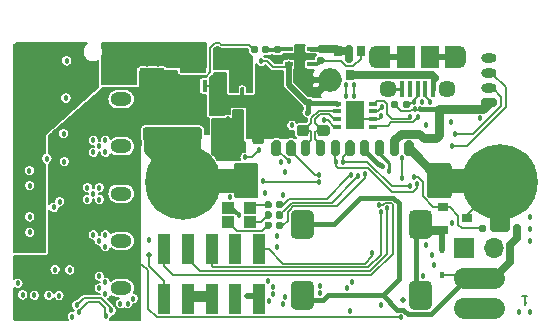
<source format=gtl>
G04 #@! TF.GenerationSoftware,KiCad,Pcbnew,5.1.6*
G04 #@! TF.CreationDate,2020-06-25T22:37:20+02:00*
G04 #@! TF.ProjectId,altimeter,616c7469-6d65-4746-9572-2e6b69636164,V 1.2 Rev. A*
G04 #@! TF.SameCoordinates,Original*
G04 #@! TF.FileFunction,Copper,L1,Top*
G04 #@! TF.FilePolarity,Positive*
%FSLAX46Y46*%
G04 Gerber Fmt 4.6, Leading zero omitted, Abs format (unit mm)*
G04 Created by KiCad (PCBNEW 5.1.6) date 2020-06-25 22:37:20*
%MOMM*%
%LPD*%
G01*
G04 APERTURE LIST*
G04 #@! TA.AperFunction,NonConductor*
%ADD10C,0.160000*%
G04 #@! TD*
G04 #@! TA.AperFunction,ComponentPad*
%ADD11O,2.000000X2.000000*%
G04 #@! TD*
G04 #@! TA.AperFunction,ComponentPad*
%ADD12R,2.000000X2.000000*%
G04 #@! TD*
G04 #@! TA.AperFunction,SMDPad,CuDef*
%ADD13R,0.650000X0.400000*%
G04 #@! TD*
G04 #@! TA.AperFunction,SMDPad,CuDef*
%ADD14R,1.550000X2.400000*%
G04 #@! TD*
G04 #@! TA.AperFunction,SMDPad,CuDef*
%ADD15R,0.650000X0.350000*%
G04 #@! TD*
G04 #@! TA.AperFunction,SMDPad,CuDef*
%ADD16R,1.000000X1.000000*%
G04 #@! TD*
G04 #@! TA.AperFunction,SMDPad,CuDef*
%ADD17R,0.450000X0.600000*%
G04 #@! TD*
G04 #@! TA.AperFunction,SMDPad,CuDef*
%ADD18C,0.100000*%
G04 #@! TD*
G04 #@! TA.AperFunction,SMDPad,CuDef*
%ADD19R,0.405000X0.990000*%
G04 #@! TD*
G04 #@! TA.AperFunction,ComponentPad*
%ADD20O,1.700000X1.700000*%
G04 #@! TD*
G04 #@! TA.AperFunction,ComponentPad*
%ADD21R,1.700000X1.700000*%
G04 #@! TD*
G04 #@! TA.AperFunction,ComponentPad*
%ADD22O,1.800000X1.200000*%
G04 #@! TD*
G04 #@! TA.AperFunction,SMDPad,CuDef*
%ADD23R,0.900000X0.800000*%
G04 #@! TD*
G04 #@! TA.AperFunction,ComponentPad*
%ADD24C,0.800000*%
G04 #@! TD*
G04 #@! TA.AperFunction,ComponentPad*
%ADD25C,6.400000*%
G04 #@! TD*
G04 #@! TA.AperFunction,SMDPad,CuDef*
%ADD26R,0.800000X0.900000*%
G04 #@! TD*
G04 #@! TA.AperFunction,SMDPad,CuDef*
%ADD27R,1.200000X1.900000*%
G04 #@! TD*
G04 #@! TA.AperFunction,ComponentPad*
%ADD28O,1.200000X1.900000*%
G04 #@! TD*
G04 #@! TA.AperFunction,SMDPad,CuDef*
%ADD29R,1.500000X1.900000*%
G04 #@! TD*
G04 #@! TA.AperFunction,ComponentPad*
%ADD30C,1.450000*%
G04 #@! TD*
G04 #@! TA.AperFunction,SMDPad,CuDef*
%ADD31R,0.400000X1.350000*%
G04 #@! TD*
G04 #@! TA.AperFunction,SMDPad,CuDef*
%ADD32R,1.000000X2.580000*%
G04 #@! TD*
G04 #@! TA.AperFunction,ComponentPad*
%ADD33O,1.300000X0.800000*%
G04 #@! TD*
G04 #@! TA.AperFunction,ViaPad*
%ADD34C,0.457200*%
G04 #@! TD*
G04 #@! TA.AperFunction,ViaPad*
%ADD35C,0.482600*%
G04 #@! TD*
G04 #@! TA.AperFunction,ViaPad*
%ADD36C,0.508000*%
G04 #@! TD*
G04 #@! TA.AperFunction,Conductor*
%ADD37C,0.508000*%
G04 #@! TD*
G04 #@! TA.AperFunction,Conductor*
%ADD38C,0.254000*%
G04 #@! TD*
G04 #@! TA.AperFunction,Conductor*
%ADD39C,0.381000*%
G04 #@! TD*
G04 #@! TA.AperFunction,Conductor*
%ADD40C,0.152400*%
G04 #@! TD*
G04 #@! TA.AperFunction,Conductor*
%ADD41C,0.177800*%
G04 #@! TD*
G04 #@! TA.AperFunction,Conductor*
%ADD42C,0.279400*%
G04 #@! TD*
G04 #@! TA.AperFunction,Conductor*
%ADD43C,0.482600*%
G04 #@! TD*
G04 #@! TA.AperFunction,Conductor*
%ADD44C,1.778000*%
G04 #@! TD*
G04 #@! TA.AperFunction,Conductor*
%ADD45C,0.635000*%
G04 #@! TD*
G04 #@! TA.AperFunction,Conductor*
%ADD46C,2.032000*%
G04 #@! TD*
G04 #@! TA.AperFunction,Conductor*
%ADD47C,0.762000*%
G04 #@! TD*
G04 #@! TA.AperFunction,Conductor*
%ADD48C,1.143000*%
G04 #@! TD*
G04 #@! TA.AperFunction,Conductor*
%ADD49C,0.304800*%
G04 #@! TD*
G04 #@! TA.AperFunction,Conductor*
%ADD50C,0.406400*%
G04 #@! TD*
G04 #@! TA.AperFunction,Conductor*
%ADD51C,0.431800*%
G04 #@! TD*
G04 #@! TA.AperFunction,Conductor*
%ADD52C,0.355600*%
G04 #@! TD*
G04 #@! TA.AperFunction,Conductor*
%ADD53C,0.200000*%
G04 #@! TD*
G04 #@! TA.AperFunction,Conductor*
%ADD54C,0.203200*%
G04 #@! TD*
G04 #@! TA.AperFunction,Conductor*
%ADD55C,0.457200*%
G04 #@! TD*
G04 APERTURE END LIST*
D10*
X181271428Y-118638095D02*
X181728571Y-118638095D01*
X181500000Y-118638095D02*
X181500000Y-119438095D01*
X181576190Y-119323809D01*
X181652380Y-119247619D01*
X181728571Y-119209523D01*
D11*
X165000000Y-100400000D03*
D12*
X150000000Y-100400000D03*
D13*
X163425000Y-97750000D03*
X163425000Y-99050000D03*
X161525000Y-98400000D03*
X161525000Y-99050000D03*
X161525000Y-97750000D03*
G04 #@! TA.AperFunction,SMDPad,CuDef*
G36*
G01*
X158350000Y-102700000D02*
X156850000Y-102700000D01*
G75*
G02*
X156800000Y-102650000I0J50000D01*
G01*
X156800000Y-101750000D01*
G75*
G02*
X156850000Y-101700000I50000J0D01*
G01*
X158350000Y-101700000D01*
G75*
G02*
X158400000Y-101750000I0J-50000D01*
G01*
X158400000Y-102650000D01*
G75*
G02*
X158350000Y-102700000I-50000J0D01*
G01*
G37*
G04 #@! TD.AperFunction*
G04 #@! TA.AperFunction,SMDPad,CuDef*
G36*
G01*
X158349900Y-101450000D02*
X158150100Y-101450000D01*
G75*
G02*
X158100000Y-101399900I0J50100D01*
G01*
X158100000Y-101050100D01*
G75*
G02*
X158150100Y-101000000I50100J0D01*
G01*
X158349900Y-101000000D01*
G75*
G02*
X158400000Y-101050100I0J-50100D01*
G01*
X158400000Y-101399900D01*
G75*
G02*
X158349900Y-101450000I-50100J0D01*
G01*
G37*
G04 #@! TD.AperFunction*
G04 #@! TA.AperFunction,SMDPad,CuDef*
G36*
G01*
X157699900Y-101450000D02*
X157500100Y-101450000D01*
G75*
G02*
X157450000Y-101399900I0J50100D01*
G01*
X157450000Y-101050100D01*
G75*
G02*
X157500100Y-101000000I50100J0D01*
G01*
X157699900Y-101000000D01*
G75*
G02*
X157750000Y-101050100I0J-50100D01*
G01*
X157750000Y-101399900D01*
G75*
G02*
X157699900Y-101450000I-50100J0D01*
G01*
G37*
G04 #@! TD.AperFunction*
G04 #@! TA.AperFunction,SMDPad,CuDef*
G36*
G01*
X157049900Y-101450000D02*
X156850100Y-101450000D01*
G75*
G02*
X156800000Y-101399900I0J50100D01*
G01*
X156800000Y-101050100D01*
G75*
G02*
X156850100Y-101000000I50100J0D01*
G01*
X157049900Y-101000000D01*
G75*
G02*
X157100000Y-101050100I0J-50100D01*
G01*
X157100000Y-101399900D01*
G75*
G02*
X157049900Y-101450000I-50100J0D01*
G01*
G37*
G04 #@! TD.AperFunction*
G04 #@! TA.AperFunction,SMDPad,CuDef*
G36*
G01*
X158349900Y-103400000D02*
X158150100Y-103400000D01*
G75*
G02*
X158100000Y-103349900I0J50100D01*
G01*
X158100000Y-103000100D01*
G75*
G02*
X158150100Y-102950000I50100J0D01*
G01*
X158349900Y-102950000D01*
G75*
G02*
X158400000Y-103000100I0J-50100D01*
G01*
X158400000Y-103349900D01*
G75*
G02*
X158349900Y-103400000I-50100J0D01*
G01*
G37*
G04 #@! TD.AperFunction*
G04 #@! TA.AperFunction,SMDPad,CuDef*
G36*
G01*
X157699900Y-103400000D02*
X157500100Y-103400000D01*
G75*
G02*
X157450000Y-103349900I0J50100D01*
G01*
X157450000Y-103000100D01*
G75*
G02*
X157500100Y-102950000I50100J0D01*
G01*
X157699900Y-102950000D01*
G75*
G02*
X157750000Y-103000100I0J-50100D01*
G01*
X157750000Y-103349900D01*
G75*
G02*
X157699900Y-103400000I-50100J0D01*
G01*
G37*
G04 #@! TD.AperFunction*
G04 #@! TA.AperFunction,SMDPad,CuDef*
G36*
G01*
X157049900Y-103400000D02*
X156850100Y-103400000D01*
G75*
G02*
X156800000Y-103349900I0J50100D01*
G01*
X156800000Y-103000100D01*
G75*
G02*
X156850100Y-102950000I50100J0D01*
G01*
X157049900Y-102950000D01*
G75*
G02*
X157100000Y-103000100I0J-50100D01*
G01*
X157100000Y-103349900D01*
G75*
G02*
X157049900Y-103400000I-50100J0D01*
G01*
G37*
G04 #@! TD.AperFunction*
G04 #@! TA.AperFunction,SMDPad,CuDef*
G36*
G01*
X158435000Y-105567500D02*
X158435000Y-105092500D01*
G75*
G02*
X158672500Y-104855000I237500J0D01*
G01*
X159247500Y-104855000D01*
G75*
G02*
X159485000Y-105092500I0J-237500D01*
G01*
X159485000Y-105567500D01*
G75*
G02*
X159247500Y-105805000I-237500J0D01*
G01*
X158672500Y-105805000D01*
G75*
G02*
X158435000Y-105567500I0J237500D01*
G01*
G37*
G04 #@! TD.AperFunction*
G04 #@! TA.AperFunction,SMDPad,CuDef*
G36*
G01*
X156685000Y-105567500D02*
X156685000Y-105092500D01*
G75*
G02*
X156922500Y-104855000I237500J0D01*
G01*
X157497500Y-104855000D01*
G75*
G02*
X157735000Y-105092500I0J-237500D01*
G01*
X157735000Y-105567500D01*
G75*
G02*
X157497500Y-105805000I-237500J0D01*
G01*
X156922500Y-105805000D01*
G75*
G02*
X156685000Y-105567500I0J237500D01*
G01*
G37*
G04 #@! TD.AperFunction*
G04 #@! TA.AperFunction,SMDPad,CuDef*
G36*
G01*
X151234999Y-104380000D02*
X152135001Y-104380000D01*
G75*
G02*
X152385000Y-104629999I0J-249999D01*
G01*
X152385000Y-105280001D01*
G75*
G02*
X152135001Y-105530000I-249999J0D01*
G01*
X151234999Y-105530000D01*
G75*
G02*
X150985000Y-105280001I0J249999D01*
G01*
X150985000Y-104629999D01*
G75*
G02*
X151234999Y-104380000I249999J0D01*
G01*
G37*
G04 #@! TD.AperFunction*
G04 #@! TA.AperFunction,SMDPad,CuDef*
G36*
G01*
X151234999Y-102330000D02*
X152135001Y-102330000D01*
G75*
G02*
X152385000Y-102579999I0J-249999D01*
G01*
X152385000Y-103230001D01*
G75*
G02*
X152135001Y-103480000I-249999J0D01*
G01*
X151234999Y-103480000D01*
G75*
G02*
X150985000Y-103230001I0J249999D01*
G01*
X150985000Y-102579999D01*
G75*
G02*
X151234999Y-102330000I249999J0D01*
G01*
G37*
G04 #@! TD.AperFunction*
G04 #@! TA.AperFunction,SMDPad,CuDef*
G36*
G01*
X153049999Y-104380000D02*
X153950001Y-104380000D01*
G75*
G02*
X154200000Y-104629999I0J-249999D01*
G01*
X154200000Y-105280001D01*
G75*
G02*
X153950001Y-105530000I-249999J0D01*
G01*
X153049999Y-105530000D01*
G75*
G02*
X152800000Y-105280001I0J249999D01*
G01*
X152800000Y-104629999D01*
G75*
G02*
X153049999Y-104380000I249999J0D01*
G01*
G37*
G04 #@! TD.AperFunction*
G04 #@! TA.AperFunction,SMDPad,CuDef*
G36*
G01*
X153049999Y-102330000D02*
X153950001Y-102330000D01*
G75*
G02*
X154200000Y-102579999I0J-249999D01*
G01*
X154200000Y-103230001D01*
G75*
G02*
X153950001Y-103480000I-249999J0D01*
G01*
X153049999Y-103480000D01*
G75*
G02*
X152800000Y-103230001I0J249999D01*
G01*
X152800000Y-102579999D01*
G75*
G02*
X153049999Y-102330000I249999J0D01*
G01*
G37*
G04 #@! TD.AperFunction*
G04 #@! TA.AperFunction,SMDPad,CuDef*
G36*
G01*
X149419999Y-104380000D02*
X150320001Y-104380000D01*
G75*
G02*
X150570000Y-104629999I0J-249999D01*
G01*
X150570000Y-105280001D01*
G75*
G02*
X150320001Y-105530000I-249999J0D01*
G01*
X149419999Y-105530000D01*
G75*
G02*
X149170000Y-105280001I0J249999D01*
G01*
X149170000Y-104629999D01*
G75*
G02*
X149419999Y-104380000I249999J0D01*
G01*
G37*
G04 #@! TD.AperFunction*
G04 #@! TA.AperFunction,SMDPad,CuDef*
G36*
G01*
X149419999Y-102330000D02*
X150320001Y-102330000D01*
G75*
G02*
X150570000Y-102579999I0J-249999D01*
G01*
X150570000Y-103230001D01*
G75*
G02*
X150320001Y-103480000I-249999J0D01*
G01*
X149419999Y-103480000D01*
G75*
G02*
X149170000Y-103230001I0J249999D01*
G01*
X149170000Y-102579999D01*
G75*
G02*
X149419999Y-102330000I249999J0D01*
G01*
G37*
G04 #@! TD.AperFunction*
G04 #@! TA.AperFunction,SMDPad,CuDef*
G36*
G01*
X163250000Y-104422500D02*
X163250000Y-104897500D01*
G75*
G02*
X163012500Y-105135000I-237500J0D01*
G01*
X162437500Y-105135000D01*
G75*
G02*
X162200000Y-104897500I0J237500D01*
G01*
X162200000Y-104422500D01*
G75*
G02*
X162437500Y-104185000I237500J0D01*
G01*
X163012500Y-104185000D01*
G75*
G02*
X163250000Y-104422500I0J-237500D01*
G01*
G37*
G04 #@! TD.AperFunction*
G04 #@! TA.AperFunction,SMDPad,CuDef*
G36*
G01*
X165000000Y-104422500D02*
X165000000Y-104897500D01*
G75*
G02*
X164762500Y-105135000I-237500J0D01*
G01*
X164187500Y-105135000D01*
G75*
G02*
X163950000Y-104897500I0J237500D01*
G01*
X163950000Y-104422500D01*
G75*
G02*
X164187500Y-104185000I237500J0D01*
G01*
X164762500Y-104185000D01*
G75*
G02*
X165000000Y-104422500I0J-237500D01*
G01*
G37*
G04 #@! TD.AperFunction*
G04 #@! TA.AperFunction,SMDPad,CuDef*
G36*
G01*
X163372500Y-101610000D02*
X163027500Y-101610000D01*
G75*
G02*
X162880000Y-101462500I0J147500D01*
G01*
X162880000Y-101167500D01*
G75*
G02*
X163027500Y-101020000I147500J0D01*
G01*
X163372500Y-101020000D01*
G75*
G02*
X163520000Y-101167500I0J-147500D01*
G01*
X163520000Y-101462500D01*
G75*
G02*
X163372500Y-101610000I-147500J0D01*
G01*
G37*
G04 #@! TD.AperFunction*
G04 #@! TA.AperFunction,SMDPad,CuDef*
G36*
G01*
X163372500Y-102580000D02*
X163027500Y-102580000D01*
G75*
G02*
X162880000Y-102432500I0J147500D01*
G01*
X162880000Y-102137500D01*
G75*
G02*
X163027500Y-101990000I147500J0D01*
G01*
X163372500Y-101990000D01*
G75*
G02*
X163520000Y-102137500I0J-147500D01*
G01*
X163520000Y-102432500D01*
G75*
G02*
X163372500Y-102580000I-147500J0D01*
G01*
G37*
G04 #@! TD.AperFunction*
G04 #@! TA.AperFunction,SMDPad,CuDef*
G36*
G01*
X158950000Y-100356250D02*
X158950000Y-99443750D01*
G75*
G02*
X159193750Y-99200000I243750J0D01*
G01*
X159681250Y-99200000D01*
G75*
G02*
X159925000Y-99443750I0J-243750D01*
G01*
X159925000Y-100356250D01*
G75*
G02*
X159681250Y-100600000I-243750J0D01*
G01*
X159193750Y-100600000D01*
G75*
G02*
X158950000Y-100356250I0J243750D01*
G01*
G37*
G04 #@! TD.AperFunction*
G04 #@! TA.AperFunction,SMDPad,CuDef*
G36*
G01*
X157075000Y-100356250D02*
X157075000Y-99443750D01*
G75*
G02*
X157318750Y-99200000I243750J0D01*
G01*
X157806250Y-99200000D01*
G75*
G02*
X158050000Y-99443750I0J-243750D01*
G01*
X158050000Y-100356250D01*
G75*
G02*
X157806250Y-100600000I-243750J0D01*
G01*
X157318750Y-100600000D01*
G75*
G02*
X157075000Y-100356250I0J243750D01*
G01*
G37*
G04 #@! TD.AperFunction*
D14*
X167150000Y-103350000D03*
D15*
X165600000Y-104325000D03*
X165600000Y-103675000D03*
X165600000Y-103025000D03*
X165600000Y-102375000D03*
X168700000Y-102375000D03*
X168700000Y-103025000D03*
X168700000Y-103675000D03*
X168700000Y-104325000D03*
G04 #@! TA.AperFunction,SMDPad,CuDef*
G36*
G01*
X160080000Y-110757500D02*
X160080000Y-111102500D01*
G75*
G02*
X159932500Y-111250000I-147500J0D01*
G01*
X159637500Y-111250000D01*
G75*
G02*
X159490000Y-111102500I0J147500D01*
G01*
X159490000Y-110757500D01*
G75*
G02*
X159637500Y-110610000I147500J0D01*
G01*
X159932500Y-110610000D01*
G75*
G02*
X160080000Y-110757500I0J-147500D01*
G01*
G37*
G04 #@! TD.AperFunction*
G04 #@! TA.AperFunction,SMDPad,CuDef*
G36*
G01*
X161050000Y-110757500D02*
X161050000Y-111102500D01*
G75*
G02*
X160902500Y-111250000I-147500J0D01*
G01*
X160607500Y-111250000D01*
G75*
G02*
X160460000Y-111102500I0J147500D01*
G01*
X160460000Y-110757500D01*
G75*
G02*
X160607500Y-110610000I147500J0D01*
G01*
X160902500Y-110610000D01*
G75*
G02*
X161050000Y-110757500I0J-147500D01*
G01*
G37*
G04 #@! TD.AperFunction*
G04 #@! TA.AperFunction,SMDPad,CuDef*
G36*
G01*
X160080000Y-111637500D02*
X160080000Y-111982500D01*
G75*
G02*
X159932500Y-112130000I-147500J0D01*
G01*
X159637500Y-112130000D01*
G75*
G02*
X159490000Y-111982500I0J147500D01*
G01*
X159490000Y-111637500D01*
G75*
G02*
X159637500Y-111490000I147500J0D01*
G01*
X159932500Y-111490000D01*
G75*
G02*
X160080000Y-111637500I0J-147500D01*
G01*
G37*
G04 #@! TD.AperFunction*
G04 #@! TA.AperFunction,SMDPad,CuDef*
G36*
G01*
X161050000Y-111637500D02*
X161050000Y-111982500D01*
G75*
G02*
X160902500Y-112130000I-147500J0D01*
G01*
X160607500Y-112130000D01*
G75*
G02*
X160460000Y-111982500I0J147500D01*
G01*
X160460000Y-111637500D01*
G75*
G02*
X160607500Y-111490000I147500J0D01*
G01*
X160902500Y-111490000D01*
G75*
G02*
X161050000Y-111637500I0J-147500D01*
G01*
G37*
G04 #@! TD.AperFunction*
G04 #@! TA.AperFunction,SMDPad,CuDef*
G36*
G01*
X160080000Y-112517500D02*
X160080000Y-112862500D01*
G75*
G02*
X159932500Y-113010000I-147500J0D01*
G01*
X159637500Y-113010000D01*
G75*
G02*
X159490000Y-112862500I0J147500D01*
G01*
X159490000Y-112517500D01*
G75*
G02*
X159637500Y-112370000I147500J0D01*
G01*
X159932500Y-112370000D01*
G75*
G02*
X160080000Y-112517500I0J-147500D01*
G01*
G37*
G04 #@! TD.AperFunction*
G04 #@! TA.AperFunction,SMDPad,CuDef*
G36*
G01*
X161050000Y-112517500D02*
X161050000Y-112862500D01*
G75*
G02*
X160902500Y-113010000I-147500J0D01*
G01*
X160607500Y-113010000D01*
G75*
G02*
X160460000Y-112862500I0J147500D01*
G01*
X160460000Y-112517500D01*
G75*
G02*
X160607500Y-112370000I147500J0D01*
G01*
X160902500Y-112370000D01*
G75*
G02*
X161050000Y-112517500I0J-147500D01*
G01*
G37*
G04 #@! TD.AperFunction*
D16*
X158225000Y-112425000D03*
X156375000Y-112425000D03*
X156375000Y-111175000D03*
X158225000Y-111175000D03*
G04 #@! TA.AperFunction,SMDPad,CuDef*
G36*
G01*
X173225000Y-110150000D02*
X173225000Y-107650000D01*
G75*
G02*
X173475000Y-107400000I250000J0D01*
G01*
X175075000Y-107400000D01*
G75*
G02*
X175325000Y-107650000I0J-250000D01*
G01*
X175325000Y-110150000D01*
G75*
G02*
X175075000Y-110400000I-250000J0D01*
G01*
X173475000Y-110400000D01*
G75*
G02*
X173225000Y-110150000I0J250000D01*
G01*
G37*
G04 #@! TD.AperFunction*
G04 #@! TA.AperFunction,SMDPad,CuDef*
G36*
G01*
X156875000Y-110150000D02*
X156875000Y-107650000D01*
G75*
G02*
X157125000Y-107400000I250000J0D01*
G01*
X158725000Y-107400000D01*
G75*
G02*
X158975000Y-107650000I0J-250000D01*
G01*
X158975000Y-110150000D01*
G75*
G02*
X158725000Y-110400000I-250000J0D01*
G01*
X157125000Y-110400000D01*
G75*
G02*
X156875000Y-110150000I0J250000D01*
G01*
G37*
G04 #@! TD.AperFunction*
G04 #@! TA.AperFunction,SMDPad,CuDef*
G36*
G01*
X171325000Y-106600000D02*
X171325000Y-105700000D01*
G75*
G02*
X171525000Y-105500000I200000J0D01*
G01*
X171925000Y-105500000D01*
G75*
G02*
X172125000Y-105700000I0J-200000D01*
G01*
X172125000Y-106600000D01*
G75*
G02*
X171925000Y-106800000I-200000J0D01*
G01*
X171525000Y-106800000D01*
G75*
G02*
X171325000Y-106600000I0J200000D01*
G01*
G37*
G04 #@! TD.AperFunction*
G04 #@! TA.AperFunction,SMDPad,CuDef*
G36*
G01*
X170075000Y-106600000D02*
X170075000Y-105700000D01*
G75*
G02*
X170275000Y-105500000I200000J0D01*
G01*
X170675000Y-105500000D01*
G75*
G02*
X170875000Y-105700000I0J-200000D01*
G01*
X170875000Y-106600000D01*
G75*
G02*
X170675000Y-106800000I-200000J0D01*
G01*
X170275000Y-106800000D01*
G75*
G02*
X170075000Y-106600000I0J200000D01*
G01*
G37*
G04 #@! TD.AperFunction*
G04 #@! TA.AperFunction,SMDPad,CuDef*
G36*
G01*
X168825000Y-106600000D02*
X168825000Y-105700000D01*
G75*
G02*
X169025000Y-105500000I200000J0D01*
G01*
X169425000Y-105500000D01*
G75*
G02*
X169625000Y-105700000I0J-200000D01*
G01*
X169625000Y-106600000D01*
G75*
G02*
X169425000Y-106800000I-200000J0D01*
G01*
X169025000Y-106800000D01*
G75*
G02*
X168825000Y-106600000I0J200000D01*
G01*
G37*
G04 #@! TD.AperFunction*
G04 #@! TA.AperFunction,SMDPad,CuDef*
G36*
G01*
X167575000Y-106600000D02*
X167575000Y-105700000D01*
G75*
G02*
X167775000Y-105500000I200000J0D01*
G01*
X168175000Y-105500000D01*
G75*
G02*
X168375000Y-105700000I0J-200000D01*
G01*
X168375000Y-106600000D01*
G75*
G02*
X168175000Y-106800000I-200000J0D01*
G01*
X167775000Y-106800000D01*
G75*
G02*
X167575000Y-106600000I0J200000D01*
G01*
G37*
G04 #@! TD.AperFunction*
G04 #@! TA.AperFunction,SMDPad,CuDef*
G36*
G01*
X166325000Y-106600000D02*
X166325000Y-105700000D01*
G75*
G02*
X166525000Y-105500000I200000J0D01*
G01*
X166925000Y-105500000D01*
G75*
G02*
X167125000Y-105700000I0J-200000D01*
G01*
X167125000Y-106600000D01*
G75*
G02*
X166925000Y-106800000I-200000J0D01*
G01*
X166525000Y-106800000D01*
G75*
G02*
X166325000Y-106600000I0J200000D01*
G01*
G37*
G04 #@! TD.AperFunction*
G04 #@! TA.AperFunction,SMDPad,CuDef*
G36*
G01*
X165075000Y-106600000D02*
X165075000Y-105700000D01*
G75*
G02*
X165275000Y-105500000I200000J0D01*
G01*
X165675000Y-105500000D01*
G75*
G02*
X165875000Y-105700000I0J-200000D01*
G01*
X165875000Y-106600000D01*
G75*
G02*
X165675000Y-106800000I-200000J0D01*
G01*
X165275000Y-106800000D01*
G75*
G02*
X165075000Y-106600000I0J200000D01*
G01*
G37*
G04 #@! TD.AperFunction*
G04 #@! TA.AperFunction,SMDPad,CuDef*
G36*
G01*
X163825000Y-106600000D02*
X163825000Y-105700000D01*
G75*
G02*
X164025000Y-105500000I200000J0D01*
G01*
X164425000Y-105500000D01*
G75*
G02*
X164625000Y-105700000I0J-200000D01*
G01*
X164625000Y-106600000D01*
G75*
G02*
X164425000Y-106800000I-200000J0D01*
G01*
X164025000Y-106800000D01*
G75*
G02*
X163825000Y-106600000I0J200000D01*
G01*
G37*
G04 #@! TD.AperFunction*
G04 #@! TA.AperFunction,SMDPad,CuDef*
G36*
G01*
X162575000Y-106600000D02*
X162575000Y-105700000D01*
G75*
G02*
X162775000Y-105500000I200000J0D01*
G01*
X163175000Y-105500000D01*
G75*
G02*
X163375000Y-105700000I0J-200000D01*
G01*
X163375000Y-106600000D01*
G75*
G02*
X163175000Y-106800000I-200000J0D01*
G01*
X162775000Y-106800000D01*
G75*
G02*
X162575000Y-106600000I0J200000D01*
G01*
G37*
G04 #@! TD.AperFunction*
G04 #@! TA.AperFunction,SMDPad,CuDef*
G36*
G01*
X161325000Y-106600000D02*
X161325000Y-105700000D01*
G75*
G02*
X161525000Y-105500000I200000J0D01*
G01*
X161925000Y-105500000D01*
G75*
G02*
X162125000Y-105700000I0J-200000D01*
G01*
X162125000Y-106600000D01*
G75*
G02*
X161925000Y-106800000I-200000J0D01*
G01*
X161525000Y-106800000D01*
G75*
G02*
X161325000Y-106600000I0J200000D01*
G01*
G37*
G04 #@! TD.AperFunction*
G04 #@! TA.AperFunction,SMDPad,CuDef*
G36*
G01*
X160075000Y-106600000D02*
X160075000Y-105700000D01*
G75*
G02*
X160275000Y-105500000I200000J0D01*
G01*
X160675000Y-105500000D01*
G75*
G02*
X160875000Y-105700000I0J-200000D01*
G01*
X160875000Y-106600000D01*
G75*
G02*
X160675000Y-106800000I-200000J0D01*
G01*
X160275000Y-106800000D01*
G75*
G02*
X160075000Y-106600000I0J200000D01*
G01*
G37*
G04 #@! TD.AperFunction*
D17*
X174498000Y-114774000D03*
X174498000Y-116874000D03*
G04 #@! TA.AperFunction,SMDPad,CuDef*
G36*
G01*
X178640000Y-113122500D02*
X178640000Y-112777500D01*
G75*
G02*
X178787500Y-112630000I147500J0D01*
G01*
X179082500Y-112630000D01*
G75*
G02*
X179230000Y-112777500I0J-147500D01*
G01*
X179230000Y-113122500D01*
G75*
G02*
X179082500Y-113270000I-147500J0D01*
G01*
X178787500Y-113270000D01*
G75*
G02*
X178640000Y-113122500I0J147500D01*
G01*
G37*
G04 #@! TD.AperFunction*
G04 #@! TA.AperFunction,SMDPad,CuDef*
G36*
G01*
X177670000Y-113122500D02*
X177670000Y-112777500D01*
G75*
G02*
X177817500Y-112630000I147500J0D01*
G01*
X178112500Y-112630000D01*
G75*
G02*
X178260000Y-112777500I0J-147500D01*
G01*
X178260000Y-113122500D01*
G75*
G02*
X178112500Y-113270000I-147500J0D01*
G01*
X177817500Y-113270000D01*
G75*
G02*
X177670000Y-113122500I0J147500D01*
G01*
G37*
G04 #@! TD.AperFunction*
G04 #@! TA.AperFunction,SMDPad,CuDef*
D18*
G36*
X152642500Y-97510000D02*
G01*
X152642500Y-98020000D01*
X152897500Y-98020000D01*
X152897500Y-97510000D01*
X153302500Y-97510000D01*
X153302500Y-98020000D01*
X153557500Y-98020000D01*
X153557500Y-97510000D01*
X153962500Y-97510000D01*
X153962500Y-98020000D01*
X154217500Y-98020000D01*
X154217500Y-97510000D01*
X154625000Y-97510000D01*
X154625000Y-98270000D01*
X154547500Y-98270000D01*
X154547500Y-99745000D01*
X152312500Y-99745000D01*
X152312500Y-98270000D01*
X152235000Y-98270000D01*
X152235000Y-97510000D01*
X152642500Y-97510000D01*
G37*
G04 #@! TD.AperFunction*
D19*
X154420000Y-100875000D03*
X153760000Y-100875000D03*
X153100000Y-100875000D03*
X152440000Y-100875000D03*
G04 #@! TA.AperFunction,SMDPad,CuDef*
G36*
G01*
X180210000Y-112777500D02*
X180210000Y-113122500D01*
G75*
G02*
X180062500Y-113270000I-147500J0D01*
G01*
X179767500Y-113270000D01*
G75*
G02*
X179620000Y-113122500I0J147500D01*
G01*
X179620000Y-112777500D01*
G75*
G02*
X179767500Y-112630000I147500J0D01*
G01*
X180062500Y-112630000D01*
G75*
G02*
X180210000Y-112777500I0J-147500D01*
G01*
G37*
G04 #@! TD.AperFunction*
G04 #@! TA.AperFunction,SMDPad,CuDef*
G36*
G01*
X181180000Y-112777500D02*
X181180000Y-113122500D01*
G75*
G02*
X181032500Y-113270000I-147500J0D01*
G01*
X180737500Y-113270000D01*
G75*
G02*
X180590000Y-113122500I0J147500D01*
G01*
X180590000Y-112777500D01*
G75*
G02*
X180737500Y-112630000I147500J0D01*
G01*
X181032500Y-112630000D01*
G75*
G02*
X181180000Y-112777500I0J-147500D01*
G01*
G37*
G04 #@! TD.AperFunction*
G04 #@! TA.AperFunction,SMDPad,CuDef*
G36*
G01*
X164077500Y-98440000D02*
X164422500Y-98440000D01*
G75*
G02*
X164570000Y-98587500I0J-147500D01*
G01*
X164570000Y-98882500D01*
G75*
G02*
X164422500Y-99030000I-147500J0D01*
G01*
X164077500Y-99030000D01*
G75*
G02*
X163930000Y-98882500I0J147500D01*
G01*
X163930000Y-98587500D01*
G75*
G02*
X164077500Y-98440000I147500J0D01*
G01*
G37*
G04 #@! TD.AperFunction*
G04 #@! TA.AperFunction,SMDPad,CuDef*
G36*
G01*
X164077500Y-97470000D02*
X164422500Y-97470000D01*
G75*
G02*
X164570000Y-97617500I0J-147500D01*
G01*
X164570000Y-97912500D01*
G75*
G02*
X164422500Y-98060000I-147500J0D01*
G01*
X164077500Y-98060000D01*
G75*
G02*
X163930000Y-97912500I0J147500D01*
G01*
X163930000Y-97617500D01*
G75*
G02*
X164077500Y-97470000I147500J0D01*
G01*
G37*
G04 #@! TD.AperFunction*
D20*
X178940000Y-119680000D03*
X176400000Y-119680000D03*
X178940000Y-117140000D03*
X176400000Y-117140000D03*
X178940000Y-114600000D03*
D21*
X176400000Y-114600000D03*
D22*
X147350000Y-118000000D03*
X147350000Y-116000000D03*
X147350000Y-114000000D03*
X147350000Y-112000000D03*
X147350000Y-110000000D03*
X147350000Y-108000000D03*
X147350000Y-106000000D03*
X147350000Y-104000000D03*
X147350000Y-102000000D03*
G04 #@! TA.AperFunction,ComponentPad*
G36*
G01*
X146699999Y-99400000D02*
X148000001Y-99400000D01*
G75*
G02*
X148250000Y-99649999I0J-249999D01*
G01*
X148250000Y-100350001D01*
G75*
G02*
X148000001Y-100600000I-249999J0D01*
G01*
X146699999Y-100600000D01*
G75*
G02*
X146450000Y-100350001I0J249999D01*
G01*
X146450000Y-99649999D01*
G75*
G02*
X146699999Y-99400000I249999J0D01*
G01*
G37*
G04 #@! TD.AperFunction*
D23*
X176600000Y-112100000D03*
X174600000Y-113050000D03*
X174600000Y-111150000D03*
G04 #@! TA.AperFunction,SMDPad,CuDef*
G36*
G01*
X163190800Y-113858100D02*
X162190800Y-113858100D01*
G75*
G02*
X161690800Y-113358100I0J500000D01*
G01*
X161690800Y-111858100D01*
G75*
G02*
X162190800Y-111358100I500000J0D01*
G01*
X163190800Y-111358100D01*
G75*
G02*
X163690800Y-111858100I0J-500000D01*
G01*
X163690800Y-113358100D01*
G75*
G02*
X163190800Y-113858100I-500000J0D01*
G01*
G37*
G04 #@! TD.AperFunction*
G04 #@! TA.AperFunction,SMDPad,CuDef*
G36*
G01*
X173190800Y-113858100D02*
X172190800Y-113858100D01*
G75*
G02*
X171690800Y-113358100I0J500000D01*
G01*
X171690800Y-111858100D01*
G75*
G02*
X172190800Y-111358100I500000J0D01*
G01*
X173190800Y-111358100D01*
G75*
G02*
X173690800Y-111858100I0J-500000D01*
G01*
X173690800Y-113358100D01*
G75*
G02*
X173190800Y-113858100I-500000J0D01*
G01*
G37*
G04 #@! TD.AperFunction*
G04 #@! TA.AperFunction,SMDPad,CuDef*
G36*
G01*
X173190800Y-119858100D02*
X172190800Y-119858100D01*
G75*
G02*
X171690800Y-119358100I0J500000D01*
G01*
X171690800Y-117858100D01*
G75*
G02*
X172190800Y-117358100I500000J0D01*
G01*
X173190800Y-117358100D01*
G75*
G02*
X173690800Y-117858100I0J-500000D01*
G01*
X173690800Y-119358100D01*
G75*
G02*
X173190800Y-119858100I-500000J0D01*
G01*
G37*
G04 #@! TD.AperFunction*
G04 #@! TA.AperFunction,SMDPad,CuDef*
G36*
G01*
X163190800Y-119858100D02*
X162190800Y-119858100D01*
G75*
G02*
X161690800Y-119358100I0J500000D01*
G01*
X161690800Y-117858100D01*
G75*
G02*
X162190800Y-117358100I500000J0D01*
G01*
X163190800Y-117358100D01*
G75*
G02*
X163690800Y-117858100I0J-500000D01*
G01*
X163690800Y-119358100D01*
G75*
G02*
X163190800Y-119858100I-500000J0D01*
G01*
G37*
G04 #@! TD.AperFunction*
D24*
X154297056Y-107302944D03*
X152600000Y-106600000D03*
X150902944Y-107302944D03*
X150200000Y-109000000D03*
X150902944Y-110697056D03*
X152600000Y-111400000D03*
X154297056Y-110697056D03*
X155000000Y-109000000D03*
D25*
X152600000Y-109000000D03*
D24*
X181097056Y-107302944D03*
X179400000Y-106600000D03*
X177702944Y-107302944D03*
X177000000Y-109000000D03*
X177702944Y-110697056D03*
X179400000Y-111400000D03*
X181097056Y-110697056D03*
X181800000Y-109000000D03*
D25*
X179400000Y-109000000D03*
G04 #@! TA.AperFunction,SMDPad,CuDef*
G36*
G01*
X170810000Y-102277500D02*
X170810000Y-102622500D01*
G75*
G02*
X170662500Y-102770000I-147500J0D01*
G01*
X170367500Y-102770000D01*
G75*
G02*
X170220000Y-102622500I0J147500D01*
G01*
X170220000Y-102277500D01*
G75*
G02*
X170367500Y-102130000I147500J0D01*
G01*
X170662500Y-102130000D01*
G75*
G02*
X170810000Y-102277500I0J-147500D01*
G01*
G37*
G04 #@! TD.AperFunction*
G04 #@! TA.AperFunction,SMDPad,CuDef*
G36*
G01*
X171780000Y-102277500D02*
X171780000Y-102622500D01*
G75*
G02*
X171632500Y-102770000I-147500J0D01*
G01*
X171337500Y-102770000D01*
G75*
G02*
X171190000Y-102622500I0J147500D01*
G01*
X171190000Y-102277500D01*
G75*
G02*
X171337500Y-102130000I147500J0D01*
G01*
X171632500Y-102130000D01*
G75*
G02*
X171780000Y-102277500I0J-147500D01*
G01*
G37*
G04 #@! TD.AperFunction*
G04 #@! TA.AperFunction,SMDPad,CuDef*
G36*
G01*
X160402500Y-98465000D02*
X160747500Y-98465000D01*
G75*
G02*
X160895000Y-98612500I0J-147500D01*
G01*
X160895000Y-98907500D01*
G75*
G02*
X160747500Y-99055000I-147500J0D01*
G01*
X160402500Y-99055000D01*
G75*
G02*
X160255000Y-98907500I0J147500D01*
G01*
X160255000Y-98612500D01*
G75*
G02*
X160402500Y-98465000I147500J0D01*
G01*
G37*
G04 #@! TD.AperFunction*
G04 #@! TA.AperFunction,SMDPad,CuDef*
G36*
G01*
X160402500Y-97495000D02*
X160747500Y-97495000D01*
G75*
G02*
X160895000Y-97642500I0J-147500D01*
G01*
X160895000Y-97937500D01*
G75*
G02*
X160747500Y-98085000I-147500J0D01*
G01*
X160402500Y-98085000D01*
G75*
G02*
X160255000Y-97937500I0J147500D01*
G01*
X160255000Y-97642500D01*
G75*
G02*
X160402500Y-97495000I147500J0D01*
G01*
G37*
G04 #@! TD.AperFunction*
G04 #@! TA.AperFunction,SMDPad,CuDef*
G36*
G01*
X159290000Y-97972500D02*
X159290000Y-97627500D01*
G75*
G02*
X159437500Y-97480000I147500J0D01*
G01*
X159732500Y-97480000D01*
G75*
G02*
X159880000Y-97627500I0J-147500D01*
G01*
X159880000Y-97972500D01*
G75*
G02*
X159732500Y-98120000I-147500J0D01*
G01*
X159437500Y-98120000D01*
G75*
G02*
X159290000Y-97972500I0J147500D01*
G01*
G37*
G04 #@! TD.AperFunction*
G04 #@! TA.AperFunction,SMDPad,CuDef*
G36*
G01*
X158320000Y-97972500D02*
X158320000Y-97627500D01*
G75*
G02*
X158467500Y-97480000I147500J0D01*
G01*
X158762500Y-97480000D01*
G75*
G02*
X158910000Y-97627500I0J-147500D01*
G01*
X158910000Y-97972500D01*
G75*
G02*
X158762500Y-98120000I-147500J0D01*
G01*
X158467500Y-98120000D01*
G75*
G02*
X158320000Y-97972500I0J147500D01*
G01*
G37*
G04 #@! TD.AperFunction*
D26*
X166700000Y-99950000D03*
X165750000Y-97950000D03*
X167650000Y-97950000D03*
D27*
X175360000Y-98462500D03*
X169560000Y-98462500D03*
D28*
X168960000Y-98462500D03*
X175960000Y-98462500D03*
D29*
X173460000Y-98462500D03*
D30*
X169960000Y-101162500D03*
D31*
X172460000Y-101162500D03*
X171810000Y-101162500D03*
X171160000Y-101162500D03*
X173760000Y-101162500D03*
X173110000Y-101162500D03*
D30*
X174960000Y-101162500D03*
D29*
X171460000Y-98462500D03*
D32*
X159000000Y-114715000D03*
X159000000Y-118885000D03*
X157000000Y-114715000D03*
X157000000Y-118885000D03*
X155000000Y-114715000D03*
X155000000Y-118885000D03*
X153000000Y-114715000D03*
X153000000Y-118885000D03*
X151000000Y-114715000D03*
X151000000Y-118885000D03*
D33*
X178500000Y-98550000D03*
X178500000Y-99800000D03*
X178500000Y-101050000D03*
G04 #@! TA.AperFunction,ComponentPad*
G36*
G01*
X178950000Y-102700000D02*
X178050000Y-102700000D01*
G75*
G02*
X177850000Y-102500000I0J200000D01*
G01*
X177850000Y-102100000D01*
G75*
G02*
X178050000Y-101900000I200000J0D01*
G01*
X178950000Y-101900000D01*
G75*
G02*
X179150000Y-102100000I0J-200000D01*
G01*
X179150000Y-102500000D01*
G75*
G02*
X178950000Y-102700000I-200000J0D01*
G01*
G37*
G04 #@! TD.AperFunction*
G04 #@! TA.AperFunction,SMDPad,CuDef*
G36*
G01*
X158435000Y-104437500D02*
X158435000Y-103962500D01*
G75*
G02*
X158672500Y-103725000I237500J0D01*
G01*
X159247500Y-103725000D01*
G75*
G02*
X159485000Y-103962500I0J-237500D01*
G01*
X159485000Y-104437500D01*
G75*
G02*
X159247500Y-104675000I-237500J0D01*
G01*
X158672500Y-104675000D01*
G75*
G02*
X158435000Y-104437500I0J237500D01*
G01*
G37*
G04 #@! TD.AperFunction*
G04 #@! TA.AperFunction,SMDPad,CuDef*
G36*
G01*
X156685000Y-104437500D02*
X156685000Y-103962500D01*
G75*
G02*
X156922500Y-103725000I237500J0D01*
G01*
X157497500Y-103725000D01*
G75*
G02*
X157735000Y-103962500I0J-237500D01*
G01*
X157735000Y-104437500D01*
G75*
G02*
X157497500Y-104675000I-237500J0D01*
G01*
X156922500Y-104675000D01*
G75*
G02*
X156685000Y-104437500I0J237500D01*
G01*
G37*
G04 #@! TD.AperFunction*
D34*
X140150800Y-104159100D03*
X140145320Y-100959100D03*
X140167780Y-97759100D03*
X141752320Y-116446300D03*
X143220440Y-120403620D03*
X140700000Y-111100000D03*
X138600000Y-117600000D03*
X144500000Y-101500000D03*
X144500000Y-100500000D03*
X144500000Y-99500000D03*
X138500000Y-107000000D03*
X138500000Y-108000000D03*
X138500000Y-109000000D03*
X138500000Y-110000000D03*
X138500000Y-111000000D03*
X138500000Y-112000000D03*
X138500000Y-113000000D03*
X138500000Y-114000000D03*
X139000000Y-111500000D03*
X139000000Y-110500000D03*
X139000000Y-109500000D03*
X139000000Y-107500000D03*
X139000000Y-113500000D03*
X139000000Y-114500000D03*
X140000000Y-114500000D03*
X145000000Y-100000000D03*
X145000000Y-101000000D03*
X142981669Y-116461540D03*
X138938000Y-108508800D03*
X139000000Y-112500000D03*
X182000000Y-120000000D03*
X181000000Y-120000000D03*
X182000000Y-114000000D03*
X182000000Y-113000000D03*
X182000000Y-112000000D03*
X169316400Y-119392700D03*
X155000000Y-100500000D03*
X155000000Y-102000000D03*
X155012900Y-100987100D03*
X155000000Y-101500000D03*
X166750000Y-119950000D03*
X173840002Y-116080000D03*
X166925631Y-117500317D03*
X164200000Y-118400000D03*
X154000002Y-118510000D03*
X157980000Y-118680000D03*
X173140000Y-114360000D03*
X160550000Y-114540000D03*
X149720000Y-113900000D03*
X164225002Y-117800000D03*
X159559777Y-109984777D03*
X155000000Y-102500000D03*
X155000000Y-103000000D03*
X175250000Y-103900000D03*
X156600000Y-110281276D03*
X173169512Y-104219512D03*
X169342723Y-103442723D03*
X177713739Y-103624710D03*
X162438835Y-103367850D03*
X172798780Y-102215177D03*
X160270000Y-104100000D03*
X157100000Y-102200000D03*
X157600000Y-102200000D03*
X158100000Y-102200000D03*
X159225118Y-102269808D03*
X159550000Y-100950000D03*
X160500000Y-100250000D03*
X160150000Y-100750000D03*
X158950000Y-100950000D03*
D35*
X171250000Y-119010000D03*
D34*
X160875024Y-107284147D03*
X161248712Y-108200000D03*
X155500000Y-98250000D03*
X155500000Y-98750000D03*
X166650000Y-97750000D03*
X166650000Y-98450000D03*
X164885000Y-97765000D03*
X169400550Y-102668200D03*
X155500000Y-99250000D03*
X155500000Y-97750000D03*
X172880000Y-116960000D03*
X166500000Y-118000002D03*
D36*
X149700000Y-115160000D03*
D34*
X160530000Y-113560000D03*
X159818623Y-117363741D03*
X173663251Y-115193483D03*
X161086011Y-110149434D03*
X157300000Y-111800000D03*
X173332035Y-105319955D03*
X172200000Y-102850000D03*
X163100000Y-103149992D03*
X172657878Y-102861191D03*
X161809910Y-104230000D03*
X156000000Y-107000000D03*
X156000000Y-106400000D03*
X156400000Y-106700000D03*
X156400000Y-106100000D03*
X156000000Y-105800000D03*
X156400000Y-105500000D03*
X156000000Y-105200000D03*
X156400000Y-104900000D03*
X156000000Y-104600000D03*
X156400000Y-104300000D03*
X156400000Y-103700000D03*
X156000000Y-104000000D03*
X156800000Y-107000000D03*
X156800000Y-106400000D03*
X157200000Y-106700000D03*
X159190000Y-98780000D03*
X173894999Y-100184545D03*
X168590000Y-114987421D03*
X157825000Y-106925000D03*
X159020000Y-106333786D03*
X167088966Y-100816452D03*
X167072311Y-101756276D03*
X166400000Y-101756262D03*
X166400000Y-100816453D03*
X145500000Y-117000000D03*
X146000000Y-117500000D03*
X146000000Y-118500000D03*
X145500000Y-118000000D03*
X142468579Y-104929409D03*
X141655800Y-111150400D03*
X146000000Y-113500000D03*
X145000000Y-113500000D03*
X146000000Y-114500000D03*
X145500000Y-114000000D03*
X142671800Y-101904800D03*
X142138391Y-110680490D03*
X144500000Y-109500000D03*
X145500000Y-109500000D03*
X145500000Y-110500000D03*
X144500000Y-110500000D03*
X145000000Y-110000000D03*
X140004800Y-118618000D03*
X139598396Y-109321600D03*
X161250000Y-118730000D03*
X146504373Y-119894363D03*
X143604064Y-119436256D03*
X141058900Y-107025440D03*
X147285875Y-119311220D03*
X159893702Y-119090000D03*
X141224000Y-118618000D03*
X139598400Y-111963200D03*
X160167918Y-118510052D03*
X147908149Y-119318007D03*
X139598400Y-113284000D03*
X160219677Y-117889897D03*
X148367275Y-118897918D03*
X142087600Y-118648835D03*
X171005500Y-120459500D03*
X142722600Y-98755200D03*
X142532100Y-107289600D03*
X146000000Y-105500000D03*
X145000000Y-105500000D03*
X145000000Y-106500000D03*
X146000000Y-106500000D03*
X145500000Y-106000000D03*
X139004040Y-118569740D03*
X143741136Y-120062835D03*
X139588236Y-108051600D03*
X161022165Y-119309105D03*
X146070000Y-120340002D03*
X175619064Y-104959832D03*
X175350471Y-105950471D03*
X172174286Y-108631843D03*
X169873848Y-111250008D03*
X171099996Y-107017390D03*
X171087252Y-108697985D03*
X169158806Y-110957787D03*
X164120000Y-109050000D03*
X159380000Y-108970090D03*
X169348632Y-111583805D03*
X146000000Y-97500000D03*
X147000000Y-97500000D03*
X148000000Y-97500000D03*
X148000000Y-98500000D03*
X147500000Y-98000000D03*
X148500000Y-98000000D03*
X149000000Y-97500000D03*
X149000000Y-98500000D03*
X149500000Y-98000000D03*
X150000000Y-97500000D03*
X150000000Y-98500000D03*
X150500000Y-98000000D03*
X150500000Y-99000000D03*
X149500000Y-99000000D03*
X148500000Y-99000000D03*
X151000000Y-98500000D03*
X151000000Y-97500000D03*
X147500000Y-99000000D03*
X172480986Y-103546972D03*
X171842753Y-103504616D03*
X164074861Y-108429327D03*
X161528400Y-107260188D03*
X167992699Y-108363621D03*
X167398603Y-108548882D03*
X166794690Y-108398680D03*
X172151846Y-102204772D03*
X173492659Y-102225410D03*
X166150000Y-107300000D03*
X171777708Y-109366672D03*
X165500000Y-107300000D03*
X172400000Y-109211779D03*
X175400000Y-112459667D03*
X164540922Y-103780000D03*
X170050000Y-108100000D03*
X169400000Y-107700000D03*
D37*
X171460000Y-98462500D02*
X170254260Y-98462500D01*
X173460000Y-98462500D02*
X175960000Y-98462500D01*
D38*
X171160000Y-101162500D02*
X169960000Y-101162500D01*
D37*
X170254260Y-98462500D02*
X169560000Y-98462500D01*
D39*
X177702944Y-110697056D02*
X179400000Y-109000000D01*
D40*
X179415000Y-108985000D02*
X179400000Y-109000000D01*
D41*
X178990000Y-106190000D02*
X179400000Y-106600000D01*
X179400000Y-106600000D02*
X179400000Y-109000000D01*
X178815000Y-111985000D02*
X179400000Y-111400000D01*
X176700000Y-111700000D02*
X179400000Y-109000000D01*
D42*
X178935000Y-112950000D02*
X179400000Y-112950000D01*
D40*
X179400000Y-109000000D02*
X179400000Y-112950000D01*
D42*
X179400000Y-112950000D02*
X179915000Y-112950000D01*
D40*
X154420000Y-100875000D02*
X154774900Y-100875000D01*
X154900800Y-100875000D02*
X155012900Y-100987100D01*
X154420000Y-100875000D02*
X154900800Y-100875000D01*
X150502945Y-111097055D02*
X150902944Y-110697056D01*
D43*
X158795000Y-118680000D02*
X159000000Y-118885000D01*
X157980000Y-118680000D02*
X158795000Y-118680000D01*
X155000000Y-118885000D02*
X153000000Y-118885000D01*
X154625000Y-118510000D02*
X155000000Y-118885000D01*
X154000002Y-118510000D02*
X154625000Y-118510000D01*
X153375000Y-118510000D02*
X153000000Y-118885000D01*
X154000002Y-118510000D02*
X153375000Y-118510000D01*
D44*
X178940000Y-119680000D02*
X176400000Y-119680000D01*
D45*
X178935000Y-111865000D02*
X179400000Y-111400000D01*
X178935000Y-112950000D02*
X178935000Y-111865000D01*
X179915000Y-111915000D02*
X179400000Y-111400000D01*
X179915000Y-112950000D02*
X179915000Y-111915000D01*
X179400000Y-112940000D02*
X179410000Y-112950000D01*
X179400000Y-109000000D02*
X179400000Y-112940000D01*
X179915000Y-112950000D02*
X179410000Y-112950000D01*
X179410000Y-112950000D02*
X178935000Y-112950000D01*
D40*
X167475000Y-103675000D02*
X167150000Y-103350000D01*
X168700000Y-103675000D02*
X167475000Y-103675000D01*
D46*
X152700000Y-108900000D02*
X152600000Y-109000000D01*
X157925000Y-108900000D02*
X152700000Y-108900000D01*
X179300000Y-108900000D02*
X179400000Y-109000000D01*
X174275000Y-108900000D02*
X179300000Y-108900000D01*
D47*
X174275000Y-108725000D02*
X174275000Y-108900000D01*
X171725000Y-106150000D02*
X171725000Y-106175000D01*
X171725000Y-106175000D02*
X174275000Y-108725000D01*
D40*
X168700000Y-103675000D02*
X169177400Y-103675000D01*
X169177400Y-103675000D02*
X169342723Y-103509677D01*
X169342723Y-103509677D02*
X169342723Y-103442723D01*
D48*
X149870000Y-106270000D02*
X152600000Y-109000000D01*
X149870000Y-104955000D02*
X149870000Y-106270000D01*
X151685000Y-108085000D02*
X152600000Y-109000000D01*
X151685000Y-104955000D02*
X151685000Y-108085000D01*
X153500000Y-108100000D02*
X152600000Y-109000000D01*
X153500000Y-104955000D02*
X153500000Y-108100000D01*
X150570000Y-104955000D02*
X150890000Y-105275000D01*
X149870000Y-104955000D02*
X150570000Y-104955000D01*
X150570000Y-104955000D02*
X150720000Y-105105000D01*
X150720000Y-105105000D02*
X150720000Y-106180000D01*
X149870000Y-104955000D02*
X152795000Y-104955000D01*
X152795000Y-104955000D02*
X152795000Y-105385000D01*
X152795000Y-104955000D02*
X153500000Y-104955000D01*
X153500000Y-105530000D02*
X153300000Y-105730000D01*
X153500000Y-104955000D02*
X153500000Y-105530000D01*
X153300000Y-105730000D02*
X152310000Y-105730000D01*
D45*
X164085000Y-101315000D02*
X165000000Y-100400000D01*
X163200000Y-101315000D02*
X164085000Y-101315000D01*
D49*
X157600000Y-101225000D02*
X157600000Y-102200000D01*
X158250000Y-102350000D02*
X158100000Y-102200000D01*
X158250000Y-103175000D02*
X158250000Y-102350000D01*
D41*
X158960000Y-104200000D02*
X158960000Y-105330000D01*
X159040000Y-105330000D02*
X160270000Y-104100000D01*
X158960000Y-105330000D02*
X159040000Y-105330000D01*
D40*
X176134000Y-116874000D02*
X176400000Y-117140000D01*
X174498000Y-116874000D02*
X176134000Y-116874000D01*
D39*
X164450417Y-118984201D02*
X164826518Y-118608100D01*
X164826518Y-118608100D02*
X169483282Y-118608100D01*
X162690800Y-118608100D02*
X163066901Y-118984201D01*
X163066901Y-118984201D02*
X164450417Y-118984201D01*
D44*
X178940000Y-117140000D02*
X176400000Y-117140000D01*
D39*
X176400000Y-117358916D02*
X176400000Y-117140000D01*
X170719383Y-119844201D02*
X171242121Y-119844201D01*
X171242121Y-119844201D02*
X171611630Y-120213710D01*
X171611630Y-120213710D02*
X173545206Y-120213710D01*
X169483282Y-118608100D02*
X170719383Y-119844201D01*
X173545206Y-120213710D02*
X176400000Y-117358916D01*
D45*
X165750000Y-97950000D02*
X166650000Y-97950000D01*
X166650000Y-97950000D02*
X166650000Y-97750000D01*
X166650000Y-97750000D02*
X166650000Y-98450000D01*
X166650000Y-97750000D02*
X166650000Y-97750000D01*
X166650000Y-98450000D02*
X166650000Y-98600000D01*
X165565000Y-97765000D02*
X165750000Y-97950000D01*
X164250000Y-97765000D02*
X164885000Y-97765000D01*
X164885000Y-97765000D02*
X165565000Y-97765000D01*
X180885000Y-113765000D02*
X180885000Y-112950000D01*
X180300000Y-114350000D02*
X180885000Y-113765000D01*
X178940000Y-117140000D02*
X180300000Y-115780000D01*
X180300000Y-115780000D02*
X180300000Y-114350000D01*
D39*
X170850000Y-110814366D02*
X170850000Y-117241382D01*
X170850000Y-117241382D02*
X169483282Y-118608100D01*
X167601713Y-110348287D02*
X170383921Y-110348287D01*
X170383921Y-110348287D02*
X170850000Y-110814366D01*
X162690800Y-112608100D02*
X165341900Y-112608100D01*
X165341900Y-112608100D02*
X167601713Y-110348287D01*
D40*
X168700000Y-103025000D02*
X169096951Y-103025000D01*
X169096951Y-103025000D02*
X169171951Y-102950000D01*
X169171951Y-102950000D02*
X169171951Y-102896799D01*
X169171951Y-102896799D02*
X169400550Y-102668200D01*
D50*
X164235000Y-97750000D02*
X164250000Y-97765000D01*
X163425000Y-97750000D02*
X164235000Y-97750000D01*
D40*
X151000000Y-117388370D02*
X149700000Y-116088370D01*
X149700000Y-115519210D02*
X149700000Y-115160000D01*
X149700000Y-116088370D02*
X149700000Y-115519210D01*
X151000000Y-118885000D02*
X151000000Y-117388370D01*
D49*
X156375000Y-111175000D02*
X156675000Y-111175000D01*
X156675000Y-111175000D02*
X157300000Y-111800000D01*
D47*
X171021110Y-104953890D02*
X172603890Y-104953890D01*
X170475000Y-106150000D02*
X170475000Y-105500000D01*
X170475000Y-105500000D02*
X171021110Y-104953890D01*
X172969955Y-105319955D02*
X173332035Y-105319955D01*
X172603890Y-104953890D02*
X172969955Y-105319955D01*
X173332035Y-105319955D02*
X173980045Y-105319955D01*
X173980045Y-105319955D02*
X174300000Y-105000000D01*
D51*
X165510000Y-102285000D02*
X165600000Y-102375000D01*
X163200000Y-102285000D02*
X165510000Y-102285000D01*
D47*
X174300000Y-105000000D02*
X174300000Y-102850000D01*
X177950000Y-102850000D02*
X178500000Y-102300000D01*
X174300000Y-102850000D02*
X177950000Y-102850000D01*
D51*
X163200000Y-102285000D02*
X163200000Y-103049992D01*
X163200000Y-103049992D02*
X163100000Y-103149992D01*
D41*
X171899086Y-102923736D02*
X172458217Y-102923736D01*
X171798812Y-103024010D02*
X171899086Y-102923736D01*
X171049010Y-103024010D02*
X171798812Y-103024010D01*
X170515000Y-102450000D02*
X170515000Y-102490000D01*
X170515000Y-102490000D02*
X171049010Y-103024010D01*
D51*
X174300000Y-102850000D02*
X174288809Y-102861191D01*
X172981167Y-102861191D02*
X172657878Y-102861191D01*
X174288809Y-102861191D02*
X172981167Y-102861191D01*
D41*
X161620000Y-99050000D02*
X161525000Y-99050000D01*
D40*
X161525000Y-99050000D02*
X161275000Y-99300000D01*
X161275000Y-99300000D02*
X160223480Y-99300000D01*
X160223480Y-99300000D02*
X159703480Y-98780000D01*
X159703480Y-98780000D02*
X159190000Y-98780000D01*
D43*
X161525000Y-99465000D02*
X161525000Y-99050000D01*
X161525000Y-100765000D02*
X161525000Y-99465000D01*
X163045000Y-102285000D02*
X161525000Y-100765000D01*
X163200000Y-102285000D02*
X163045000Y-102285000D01*
D40*
X159170000Y-112425000D02*
X159785000Y-111810000D01*
X158225000Y-112425000D02*
X159170000Y-112425000D01*
D39*
X173760000Y-100319544D02*
X173760000Y-101162500D01*
X173894999Y-100184545D02*
X173760000Y-100319544D01*
D45*
X173660454Y-99950000D02*
X173894999Y-100184545D01*
X166700000Y-99950000D02*
X173660454Y-99950000D01*
D40*
X161040000Y-115920000D02*
X167980710Y-115920000D01*
X159000000Y-114715000D02*
X159835000Y-114715000D01*
X168590000Y-115310710D02*
X168590000Y-114987421D01*
X167980710Y-115920000D02*
X168590000Y-115310710D01*
X159835000Y-114715000D02*
X161040000Y-115920000D01*
D52*
X160565000Y-97800000D02*
X160575000Y-97790000D01*
X159585000Y-97800000D02*
X160565000Y-97800000D01*
X160615000Y-97750000D02*
X160575000Y-97790000D01*
X161525000Y-97750000D02*
X160615000Y-97750000D01*
D41*
X157825000Y-106925000D02*
X158428786Y-106925000D01*
X158428786Y-106925000D02*
X159020000Y-106333786D01*
D40*
X167088966Y-100816452D02*
X167088966Y-101739621D01*
X167088966Y-101739621D02*
X167072311Y-101756276D01*
X166400000Y-100816453D02*
X166400000Y-101756262D01*
X144199131Y-118841189D02*
X143832663Y-119207657D01*
X146504373Y-119671084D02*
X145674478Y-118841189D01*
X146504373Y-119894363D02*
X146504373Y-119671084D01*
X145674478Y-118841189D02*
X144199131Y-118841189D01*
X143832663Y-119207657D02*
X143604064Y-119436256D01*
X149147000Y-116000000D02*
X149633940Y-116486940D01*
X170682211Y-120459500D02*
X171005500Y-120459500D01*
X147350000Y-116000000D02*
X149147000Y-116000000D01*
X150350158Y-120459500D02*
X170682211Y-120459500D01*
X149633940Y-119743282D02*
X150350158Y-120459500D01*
X149633940Y-116486940D02*
X149633940Y-119743282D01*
D39*
X149990000Y-100410000D02*
X150000000Y-100400000D01*
X149990000Y-102785000D02*
X149990000Y-100410000D01*
X149870000Y-102905000D02*
X149990000Y-102785000D01*
D40*
X158215000Y-97400000D02*
X158615000Y-97800000D01*
X155845454Y-97400000D02*
X158215000Y-97400000D01*
X155725553Y-97280099D02*
X155845454Y-97400000D01*
X154900000Y-97654546D02*
X155274447Y-97280099D01*
X154900000Y-99733766D02*
X154900000Y-97654546D01*
X154523766Y-100110000D02*
X154900000Y-99733766D01*
X153877600Y-100110000D02*
X154523766Y-100110000D01*
X153760000Y-100227600D02*
X153877600Y-100110000D01*
X155274447Y-97280099D02*
X155725553Y-97280099D01*
X153760000Y-100875000D02*
X153760000Y-100227600D01*
X144546175Y-119158699D02*
X145468699Y-119158699D01*
X145980000Y-120250002D02*
X146070000Y-120340002D01*
X145468699Y-119158699D02*
X145980000Y-119670000D01*
X145980000Y-119670000D02*
X145980000Y-120250002D01*
X143741136Y-119963738D02*
X144546175Y-119158699D01*
X143741136Y-120062835D02*
X143741136Y-119963738D01*
D41*
X178800000Y-101050000D02*
X178500000Y-101050000D01*
X179550000Y-102542068D02*
X179550000Y-101800000D01*
X175619064Y-104959832D02*
X177132236Y-104959832D01*
X179550000Y-101800000D02*
X178800000Y-101050000D01*
X177132236Y-104959832D02*
X179550000Y-102542068D01*
X179892910Y-100992910D02*
X178700000Y-99800000D01*
X179892910Y-102692038D02*
X179892910Y-100992910D01*
X178700000Y-99800000D02*
X178500000Y-99800000D01*
X175350471Y-105950471D02*
X176634477Y-105950471D01*
X176634477Y-105950471D02*
X179892910Y-102692038D01*
D40*
X172869902Y-110239722D02*
X172869902Y-109004170D01*
X172497575Y-108631843D02*
X172174286Y-108631843D01*
X172869902Y-109004170D02*
X172497575Y-108631843D01*
X176167398Y-112950000D02*
X177965000Y-112950000D01*
X175908699Y-112691301D02*
X176167398Y-112950000D01*
X175908699Y-111888699D02*
X175908699Y-112691301D01*
X175170000Y-111150000D02*
X175908699Y-111888699D01*
X174600000Y-111150000D02*
X175170000Y-111150000D01*
X173780180Y-111150000D02*
X172869902Y-110239722D01*
X174600000Y-111150000D02*
X173780180Y-111150000D01*
D37*
X172381200Y-112298500D02*
X172381200Y-112298500D01*
D45*
X173382700Y-113300000D02*
X172690800Y-112608100D01*
D39*
X172295799Y-118213099D02*
X172690800Y-118608100D01*
X172690800Y-112608100D02*
X172295799Y-113003101D01*
X172295799Y-113003101D02*
X172295799Y-118213099D01*
D37*
X172381200Y-112298500D02*
X172690800Y-112608100D01*
D47*
X173132700Y-113050000D02*
X172690800Y-112608100D01*
X174600000Y-113050000D02*
X173132700Y-113050000D01*
D37*
X174498000Y-113152000D02*
X174600000Y-113050000D01*
X174498000Y-114774000D02*
X174498000Y-113152000D01*
D40*
X154058811Y-116563811D02*
X168414245Y-116563811D01*
X169873848Y-111573297D02*
X169873848Y-111250008D01*
X168414245Y-116563811D02*
X169873848Y-115104208D01*
X153000000Y-115505000D02*
X154058811Y-116563811D01*
X169873848Y-115104208D02*
X169873848Y-111573297D01*
X171099996Y-108685241D02*
X171087252Y-108697985D01*
X171099996Y-107017390D02*
X171099996Y-108685241D01*
X151000000Y-114715000D02*
X151000000Y-116157400D01*
X170343758Y-115083326D02*
X170343758Y-110918796D01*
X151000000Y-116157400D02*
X151723921Y-116881321D01*
X169482095Y-110957787D02*
X169158806Y-110957787D01*
X169659784Y-110780098D02*
X169482095Y-110957787D01*
X170205060Y-110780098D02*
X169659784Y-110780098D01*
X170343758Y-110918796D02*
X170205060Y-110780098D01*
X168545763Y-116881321D02*
X170343758Y-115083326D01*
X151723921Y-116881321D02*
X168545763Y-116881321D01*
X164120000Y-109050000D02*
X159459910Y-109050000D01*
X159459910Y-109050000D02*
X159380000Y-108970090D01*
X169348632Y-111907094D02*
X169348632Y-111583805D01*
X155000000Y-114715000D02*
X155000000Y-116157400D01*
X169348632Y-115180396D02*
X169348632Y-111907094D01*
X155000000Y-116157400D02*
X155088901Y-116246301D01*
X155088901Y-116246301D02*
X168282727Y-116246301D01*
X168282727Y-116246301D02*
X169348632Y-115180396D01*
D41*
X167006289Y-99221511D02*
X167650000Y-98577800D01*
X167650000Y-98577800D02*
X167650000Y-97950000D01*
X166413273Y-99221511D02*
X167006289Y-99221511D01*
X164250000Y-98735000D02*
X165926762Y-98735000D01*
X165926762Y-98735000D02*
X166413273Y-99221511D01*
D52*
X163935000Y-99050000D02*
X164250000Y-98735000D01*
X163425000Y-99050000D02*
X163935000Y-99050000D01*
D40*
X172053440Y-103974518D02*
X172252387Y-103775571D01*
X170235482Y-103974518D02*
X172053440Y-103974518D01*
X169910000Y-104300000D02*
X170235482Y-103974518D01*
X168725000Y-104300000D02*
X169910000Y-104300000D01*
X172252387Y-103775571D02*
X172480986Y-103546972D01*
X168700000Y-104325000D02*
X168725000Y-104300000D01*
X171697369Y-103650000D02*
X171842753Y-103504616D01*
X169870452Y-103270452D02*
X170250000Y-103650000D01*
X168850000Y-102375000D02*
X169050000Y-102175000D01*
X168700000Y-102375000D02*
X168850000Y-102375000D01*
X170250000Y-103650000D02*
X171697369Y-103650000D01*
X169050000Y-102175000D02*
X169602806Y-102175000D01*
X169602806Y-102175000D02*
X169870452Y-102442646D01*
X169870452Y-102442646D02*
X169870452Y-103270452D01*
X163751572Y-108429327D02*
X164074861Y-108429327D01*
X161725000Y-106150000D02*
X161725000Y-106402755D01*
X161725000Y-106402755D02*
X163751572Y-108429327D01*
X160475000Y-106205000D02*
X160475000Y-106150000D01*
X161500000Y-107231788D02*
X161528400Y-107260188D01*
D41*
X160475000Y-106150000D02*
X160475000Y-106192068D01*
X160475000Y-106192068D02*
X161528400Y-107245468D01*
D40*
X161500000Y-107230000D02*
X161500000Y-107231788D01*
D41*
X161528400Y-107245468D02*
X161528400Y-107260188D01*
D40*
X159308699Y-113166301D02*
X159785000Y-112690000D01*
X156375000Y-112425000D02*
X157116301Y-113166301D01*
X157116301Y-113166301D02*
X159308699Y-113166301D01*
X158470000Y-110930000D02*
X158225000Y-111175000D01*
X159785000Y-110930000D02*
X158470000Y-110930000D01*
X161449490Y-111554400D02*
X161608821Y-111395069D01*
X161449490Y-112290510D02*
X161449490Y-111554400D01*
X160755000Y-112690000D02*
X161050000Y-112690000D01*
X167992699Y-108686910D02*
X167992699Y-108363621D01*
X161050000Y-112690000D02*
X161449490Y-112290510D01*
X161608821Y-111395069D02*
X161608821Y-111391707D01*
X161915508Y-111085022D02*
X165594587Y-111085022D01*
X161608821Y-111391707D02*
X161915508Y-111085022D01*
X165594587Y-111085022D02*
X167992699Y-108686910D01*
X160635000Y-111700000D02*
X160854862Y-111700000D01*
X161291310Y-111263552D02*
X161291310Y-111258690D01*
X160755000Y-111799862D02*
X161291310Y-111263552D01*
X167170004Y-108777481D02*
X167398603Y-108548882D01*
X165179974Y-110767511D02*
X167170004Y-108777481D01*
X161782489Y-110767511D02*
X165179974Y-110767511D01*
X161291310Y-111258690D02*
X161782489Y-110767511D01*
X160755000Y-111810000D02*
X160755000Y-111799862D01*
X161070000Y-110930000D02*
X161550000Y-110450000D01*
X160755000Y-110930000D02*
X161070000Y-110930000D01*
X161550000Y-110450000D02*
X164743370Y-110450000D01*
X164743370Y-110450000D02*
X166566091Y-108627279D01*
X166566091Y-108627279D02*
X166794690Y-108398680D01*
D41*
X172025228Y-102204772D02*
X172151846Y-102204772D01*
X171485000Y-102450000D02*
X171780000Y-102450000D01*
X171780000Y-102450000D02*
X172025228Y-102204772D01*
D53*
X172460000Y-101162500D02*
X172460000Y-101765000D01*
X172151846Y-102073154D02*
X172151846Y-102204772D01*
X172460000Y-101765000D02*
X172151846Y-102073154D01*
X173110000Y-101763001D02*
X173492659Y-102145660D01*
X173110000Y-101162500D02*
X173110000Y-101763001D01*
X173492659Y-102145660D02*
X173492659Y-102225410D01*
D54*
X166150000Y-106900000D02*
X166150000Y-107300000D01*
X166725000Y-106150000D02*
X166725000Y-106325000D01*
X166725000Y-106325000D02*
X166150000Y-106900000D01*
X170251564Y-109366672D02*
X171454419Y-109366672D01*
X166150000Y-107300000D02*
X168184892Y-107300000D01*
X168184892Y-107300000D02*
X170251564Y-109366672D01*
X171454419Y-109366672D02*
X171777708Y-109366672D01*
X165475000Y-106150000D02*
X165475000Y-107275000D01*
X165475000Y-107275000D02*
X165500000Y-107300000D01*
X170241076Y-109891076D02*
X172043992Y-109891076D01*
X165745022Y-107868311D02*
X168218311Y-107868311D01*
X165500000Y-107300000D02*
X165500000Y-107623289D01*
X172043992Y-109891076D02*
X172400000Y-109535068D01*
X168218311Y-107868311D02*
X170241076Y-109891076D01*
X165500000Y-107623289D02*
X165745022Y-107868311D01*
X172400000Y-109535068D02*
X172400000Y-109211779D01*
D40*
X165600000Y-104325000D02*
X165385972Y-104325000D01*
X164840972Y-103780000D02*
X164540922Y-103780000D01*
X165385972Y-104325000D02*
X164840972Y-103780000D01*
D42*
X169225000Y-106603994D02*
X169225000Y-106150000D01*
X170022301Y-108072301D02*
X170022301Y-107401295D01*
X170022301Y-107401295D02*
X169225000Y-106603994D01*
X170050000Y-108100000D02*
X170022301Y-108072301D01*
D40*
X167975000Y-106150000D02*
X167975000Y-106325000D01*
X169350000Y-107700000D02*
X169400000Y-107700000D01*
D55*
X167975000Y-106150000D02*
X167975000Y-106389634D01*
X167975000Y-106389634D02*
X169056767Y-107471401D01*
X169056767Y-107471401D02*
X169171401Y-107471401D01*
X169171401Y-107471401D02*
X169400000Y-107700000D01*
D40*
X164225000Y-106150000D02*
X164225000Y-105900000D01*
X164225000Y-104910000D02*
X164475000Y-104660000D01*
X165335000Y-103675000D02*
X165600000Y-103675000D01*
X164430000Y-104660000D02*
X163767997Y-103997997D01*
X164475000Y-104660000D02*
X164430000Y-104660000D01*
X164200000Y-103280000D02*
X164940000Y-103280000D01*
X164940000Y-103280000D02*
X165335000Y-103675000D01*
X163767997Y-103997997D02*
X163767997Y-103712003D01*
X163767997Y-103712003D02*
X164200000Y-103280000D01*
X163760000Y-105410000D02*
X164225000Y-105875000D01*
X163880000Y-104660000D02*
X163760000Y-104780000D01*
X164475000Y-104660000D02*
X163880000Y-104660000D01*
X163760000Y-104780000D02*
X163760000Y-105410000D01*
X164225000Y-105875000D02*
X164225000Y-106150000D01*
X162975000Y-105900000D02*
X162975000Y-106150000D01*
X162770000Y-104660000D02*
X162725000Y-104660000D01*
X165537489Y-102962489D02*
X164068483Y-102962489D01*
X165600000Y-103025000D02*
X165537489Y-102962489D01*
X163450486Y-103580486D02*
X163450486Y-103979514D01*
X164068483Y-102962489D02*
X163450486Y-103580486D01*
X163450486Y-103979514D02*
X162770000Y-104660000D01*
X163440000Y-105420000D02*
X162975000Y-105885000D01*
X163310000Y-104660000D02*
X163440000Y-104790000D01*
X162725000Y-104660000D02*
X163310000Y-104660000D01*
X163440000Y-104790000D02*
X163440000Y-105420000D01*
X162975000Y-105885000D02*
X162975000Y-106150000D01*
G36*
X152057271Y-99745000D02*
G01*
X152062175Y-99794793D01*
X152076699Y-99842672D01*
X152100285Y-99886798D01*
X152132026Y-99925474D01*
X152170702Y-99957215D01*
X152214828Y-99980801D01*
X152262707Y-99995325D01*
X152312500Y-100000229D01*
X154546000Y-100000229D01*
X154546000Y-100124772D01*
X154217500Y-100124772D01*
X154167707Y-100129676D01*
X154119828Y-100144200D01*
X154075703Y-100167786D01*
X154037027Y-100199527D01*
X154005286Y-100238203D01*
X153981700Y-100282328D01*
X153967176Y-100330207D01*
X153962272Y-100380000D01*
X153962272Y-101370000D01*
X153967176Y-101419793D01*
X153981700Y-101467672D01*
X154005286Y-101511797D01*
X154037027Y-101550473D01*
X154075703Y-101582214D01*
X154119828Y-101605800D01*
X154167707Y-101620324D01*
X154217500Y-101625228D01*
X154532855Y-101625228D01*
X154535946Y-101640769D01*
X154546000Y-101665041D01*
X154546000Y-101834959D01*
X154535946Y-101859231D01*
X154517400Y-101952468D01*
X154517400Y-102047532D01*
X154535946Y-102140769D01*
X154546000Y-102165041D01*
X154546000Y-102334959D01*
X154535946Y-102359231D01*
X154517400Y-102452468D01*
X154517400Y-102547532D01*
X154535946Y-102640769D01*
X154546000Y-102665041D01*
X154546000Y-102834959D01*
X154535946Y-102859231D01*
X154517400Y-102952468D01*
X154517400Y-103047532D01*
X154535946Y-103140769D01*
X154546000Y-103165041D01*
X154546000Y-103400000D01*
X154550881Y-103449553D01*
X154565335Y-103497202D01*
X154588807Y-103541115D01*
X154620395Y-103579605D01*
X154658885Y-103611193D01*
X154702798Y-103634665D01*
X154746000Y-103647770D01*
X154746000Y-104923800D01*
X154455228Y-104923800D01*
X154455228Y-104629999D01*
X154445520Y-104531434D01*
X154416770Y-104436657D01*
X154370082Y-104349310D01*
X154307250Y-104272750D01*
X154230690Y-104209918D01*
X154143343Y-104163230D01*
X154048566Y-104134480D01*
X153950001Y-104124772D01*
X153049999Y-104124772D01*
X153001996Y-104129500D01*
X152835553Y-104129500D01*
X152795000Y-104125506D01*
X152754447Y-104129500D01*
X152183004Y-104129500D01*
X152135001Y-104124772D01*
X151234999Y-104124772D01*
X151186996Y-104129500D01*
X150610550Y-104129500D01*
X150570000Y-104125506D01*
X150529450Y-104129500D01*
X150368004Y-104129500D01*
X150320001Y-104124772D01*
X149419999Y-104124772D01*
X149321434Y-104134480D01*
X149226657Y-104163230D01*
X149139310Y-104209918D01*
X149062750Y-104272750D01*
X148999918Y-104349310D01*
X148953230Y-104436657D01*
X148924480Y-104531434D01*
X148914772Y-104629999D01*
X148914772Y-105280001D01*
X148924480Y-105378566D01*
X148953230Y-105473343D01*
X148999918Y-105560690D01*
X149044501Y-105615013D01*
X149044501Y-105847735D01*
X148946118Y-105946118D01*
X148936642Y-105957666D01*
X148929600Y-105970840D01*
X148925264Y-105985134D01*
X148923800Y-106000000D01*
X148923800Y-120721000D01*
X146368454Y-120721000D01*
X146377640Y-120714862D01*
X146444860Y-120647642D01*
X146497674Y-120568599D01*
X146534054Y-120480771D01*
X146552600Y-120387534D01*
X146552600Y-120376825D01*
X146645142Y-120358417D01*
X146732970Y-120322037D01*
X146812013Y-120269223D01*
X146879233Y-120202003D01*
X146932047Y-120122960D01*
X146968427Y-120035132D01*
X146986973Y-119941895D01*
X146986973Y-119846831D01*
X146968427Y-119753594D01*
X146932047Y-119665766D01*
X146879233Y-119586723D01*
X146812013Y-119519503D01*
X146789842Y-119504689D01*
X146780252Y-119486747D01*
X146762601Y-119465239D01*
X146738989Y-119436468D01*
X146726391Y-119426129D01*
X146228129Y-118927868D01*
X146228597Y-118927674D01*
X146307640Y-118874860D01*
X146374860Y-118807640D01*
X146427674Y-118728597D01*
X146464054Y-118640769D01*
X146466939Y-118626266D01*
X146573247Y-118713511D01*
X146721607Y-118792811D01*
X146882587Y-118841643D01*
X147008048Y-118854000D01*
X147128607Y-118854000D01*
X147057278Y-118883546D01*
X146978235Y-118936360D01*
X146911015Y-119003580D01*
X146858201Y-119082623D01*
X146821821Y-119170451D01*
X146803275Y-119263688D01*
X146803275Y-119358752D01*
X146821821Y-119451989D01*
X146858201Y-119539817D01*
X146911015Y-119618860D01*
X146978235Y-119686080D01*
X147057278Y-119738894D01*
X147145106Y-119775274D01*
X147238343Y-119793820D01*
X147333407Y-119793820D01*
X147426644Y-119775274D01*
X147514472Y-119738894D01*
X147593515Y-119686080D01*
X147593619Y-119685977D01*
X147600509Y-119692867D01*
X147679552Y-119745681D01*
X147767380Y-119782061D01*
X147860617Y-119800607D01*
X147955681Y-119800607D01*
X148048918Y-119782061D01*
X148136746Y-119745681D01*
X148215789Y-119692867D01*
X148283009Y-119625647D01*
X148335823Y-119546604D01*
X148372203Y-119458776D01*
X148387769Y-119380518D01*
X148414807Y-119380518D01*
X148508044Y-119361972D01*
X148595872Y-119325592D01*
X148674915Y-119272778D01*
X148742135Y-119205558D01*
X148794949Y-119126515D01*
X148831329Y-119038687D01*
X148849875Y-118945450D01*
X148849875Y-118850386D01*
X148831329Y-118757149D01*
X148794949Y-118669321D01*
X148742135Y-118590278D01*
X148674915Y-118523058D01*
X148595872Y-118470244D01*
X148508044Y-118433864D01*
X148414807Y-118415318D01*
X148396349Y-118415318D01*
X148442811Y-118328393D01*
X148491643Y-118167413D01*
X148508132Y-118000000D01*
X148491643Y-117832587D01*
X148442811Y-117671607D01*
X148363511Y-117523247D01*
X148256791Y-117393209D01*
X148126753Y-117286489D01*
X147978393Y-117207189D01*
X147817413Y-117158357D01*
X147691952Y-117146000D01*
X147008048Y-117146000D01*
X146882587Y-117158357D01*
X146721607Y-117207189D01*
X146573247Y-117286489D01*
X146466939Y-117373734D01*
X146464054Y-117359231D01*
X146427674Y-117271403D01*
X146374860Y-117192360D01*
X146307640Y-117125140D01*
X146228597Y-117072326D01*
X146140769Y-117035946D01*
X146047532Y-117017400D01*
X145982600Y-117017400D01*
X145982600Y-116952468D01*
X145964054Y-116859231D01*
X145927674Y-116771403D01*
X145874860Y-116692360D01*
X145807640Y-116625140D01*
X145728597Y-116572326D01*
X145640769Y-116535946D01*
X145547532Y-116517400D01*
X145452468Y-116517400D01*
X145359231Y-116535946D01*
X145271403Y-116572326D01*
X145192360Y-116625140D01*
X145125140Y-116692360D01*
X145072326Y-116771403D01*
X145035946Y-116859231D01*
X145017400Y-116952468D01*
X145017400Y-117047532D01*
X145035946Y-117140769D01*
X145072326Y-117228597D01*
X145125140Y-117307640D01*
X145192360Y-117374860D01*
X145271403Y-117427674D01*
X145359231Y-117464054D01*
X145452468Y-117482600D01*
X145517400Y-117482600D01*
X145517400Y-117517400D01*
X145452468Y-117517400D01*
X145359231Y-117535946D01*
X145271403Y-117572326D01*
X145192360Y-117625140D01*
X145125140Y-117692360D01*
X145072326Y-117771403D01*
X145035946Y-117859231D01*
X145017400Y-117952468D01*
X145017400Y-118047532D01*
X145035946Y-118140769D01*
X145072326Y-118228597D01*
X145125140Y-118307640D01*
X145192360Y-118374860D01*
X145271403Y-118427674D01*
X145359231Y-118464054D01*
X145452468Y-118482600D01*
X145517400Y-118482600D01*
X145517400Y-118510989D01*
X144215343Y-118510989D01*
X144199130Y-118509392D01*
X144182917Y-118510989D01*
X144182916Y-118510989D01*
X144134401Y-118515767D01*
X144072158Y-118534649D01*
X144048055Y-118547532D01*
X144014793Y-118565310D01*
X143990873Y-118584942D01*
X143964515Y-118606573D01*
X143954176Y-118619171D01*
X143619692Y-118953656D01*
X143556532Y-118953656D01*
X143463295Y-118972202D01*
X143375467Y-119008582D01*
X143296424Y-119061396D01*
X143229204Y-119128616D01*
X143176390Y-119207659D01*
X143140010Y-119295487D01*
X143121464Y-119388724D01*
X143121464Y-119483788D01*
X143140010Y-119577025D01*
X143176390Y-119664853D01*
X143229204Y-119743896D01*
X143296424Y-119811116D01*
X143318884Y-119826123D01*
X143313462Y-119834238D01*
X143277082Y-119922066D01*
X143276935Y-119922803D01*
X143267972Y-119921020D01*
X143172908Y-119921020D01*
X143079671Y-119939566D01*
X142991843Y-119975946D01*
X142912800Y-120028760D01*
X142845580Y-120095980D01*
X142792766Y-120175023D01*
X142756386Y-120262851D01*
X142737840Y-120356088D01*
X142737840Y-120451152D01*
X142756386Y-120544389D01*
X142792766Y-120632217D01*
X142845580Y-120711260D01*
X142855320Y-120721000D01*
X138513650Y-120721000D01*
X138457333Y-120715478D01*
X138416291Y-120703087D01*
X138378442Y-120682962D01*
X138345220Y-120655867D01*
X138317890Y-120622830D01*
X138297502Y-120585124D01*
X138284825Y-120544170D01*
X138279000Y-120488752D01*
X138279000Y-118522208D01*
X138521440Y-118522208D01*
X138521440Y-118617272D01*
X138539986Y-118710509D01*
X138576366Y-118798337D01*
X138629180Y-118877380D01*
X138696400Y-118944600D01*
X138775443Y-118997414D01*
X138863271Y-119033794D01*
X138956508Y-119052340D01*
X139051572Y-119052340D01*
X139144809Y-119033794D01*
X139232637Y-118997414D01*
X139311680Y-118944600D01*
X139378900Y-118877380D01*
X139431714Y-118798337D01*
X139468094Y-118710509D01*
X139486640Y-118617272D01*
X139486640Y-118570468D01*
X139522200Y-118570468D01*
X139522200Y-118665532D01*
X139540746Y-118758769D01*
X139577126Y-118846597D01*
X139629940Y-118925640D01*
X139697160Y-118992860D01*
X139776203Y-119045674D01*
X139864031Y-119082054D01*
X139957268Y-119100600D01*
X140052332Y-119100600D01*
X140145569Y-119082054D01*
X140233397Y-119045674D01*
X140312440Y-118992860D01*
X140379660Y-118925640D01*
X140432474Y-118846597D01*
X140468854Y-118758769D01*
X140487400Y-118665532D01*
X140487400Y-118570468D01*
X140741400Y-118570468D01*
X140741400Y-118665532D01*
X140759946Y-118758769D01*
X140796326Y-118846597D01*
X140849140Y-118925640D01*
X140916360Y-118992860D01*
X140995403Y-119045674D01*
X141083231Y-119082054D01*
X141176468Y-119100600D01*
X141271532Y-119100600D01*
X141364769Y-119082054D01*
X141452597Y-119045674D01*
X141531640Y-118992860D01*
X141598860Y-118925640D01*
X141648883Y-118850773D01*
X141659926Y-118877432D01*
X141712740Y-118956475D01*
X141779960Y-119023695D01*
X141859003Y-119076509D01*
X141946831Y-119112889D01*
X142040068Y-119131435D01*
X142135132Y-119131435D01*
X142228369Y-119112889D01*
X142316197Y-119076509D01*
X142395240Y-119023695D01*
X142462460Y-118956475D01*
X142515274Y-118877432D01*
X142551654Y-118789604D01*
X142570200Y-118696367D01*
X142570200Y-118601303D01*
X142551654Y-118508066D01*
X142515274Y-118420238D01*
X142462460Y-118341195D01*
X142395240Y-118273975D01*
X142316197Y-118221161D01*
X142228369Y-118184781D01*
X142135132Y-118166235D01*
X142040068Y-118166235D01*
X141946831Y-118184781D01*
X141859003Y-118221161D01*
X141779960Y-118273975D01*
X141712740Y-118341195D01*
X141662717Y-118416062D01*
X141651674Y-118389403D01*
X141598860Y-118310360D01*
X141531640Y-118243140D01*
X141452597Y-118190326D01*
X141364769Y-118153946D01*
X141271532Y-118135400D01*
X141176468Y-118135400D01*
X141083231Y-118153946D01*
X140995403Y-118190326D01*
X140916360Y-118243140D01*
X140849140Y-118310360D01*
X140796326Y-118389403D01*
X140759946Y-118477231D01*
X140741400Y-118570468D01*
X140487400Y-118570468D01*
X140468854Y-118477231D01*
X140432474Y-118389403D01*
X140379660Y-118310360D01*
X140312440Y-118243140D01*
X140233397Y-118190326D01*
X140145569Y-118153946D01*
X140052332Y-118135400D01*
X139957268Y-118135400D01*
X139864031Y-118153946D01*
X139776203Y-118190326D01*
X139697160Y-118243140D01*
X139629940Y-118310360D01*
X139577126Y-118389403D01*
X139540746Y-118477231D01*
X139522200Y-118570468D01*
X139486640Y-118570468D01*
X139486640Y-118522208D01*
X139468094Y-118428971D01*
X139431714Y-118341143D01*
X139378900Y-118262100D01*
X139311680Y-118194880D01*
X139232637Y-118142066D01*
X139144809Y-118105686D01*
X139051572Y-118087140D01*
X138956508Y-118087140D01*
X138863271Y-118105686D01*
X138775443Y-118142066D01*
X138696400Y-118194880D01*
X138629180Y-118262100D01*
X138576366Y-118341143D01*
X138539986Y-118428971D01*
X138521440Y-118522208D01*
X138279000Y-118522208D01*
X138279000Y-117961500D01*
X138292360Y-117974860D01*
X138371403Y-118027674D01*
X138459231Y-118064054D01*
X138552468Y-118082600D01*
X138647532Y-118082600D01*
X138740769Y-118064054D01*
X138828597Y-118027674D01*
X138907640Y-117974860D01*
X138974860Y-117907640D01*
X139027674Y-117828597D01*
X139064054Y-117740769D01*
X139082600Y-117647532D01*
X139082600Y-117552468D01*
X139064054Y-117459231D01*
X139027674Y-117371403D01*
X138974860Y-117292360D01*
X138907640Y-117225140D01*
X138828597Y-117172326D01*
X138740769Y-117135946D01*
X138647532Y-117117400D01*
X138552468Y-117117400D01*
X138459231Y-117135946D01*
X138371403Y-117172326D01*
X138292360Y-117225140D01*
X138279000Y-117238500D01*
X138279000Y-116398768D01*
X141269720Y-116398768D01*
X141269720Y-116493832D01*
X141288266Y-116587069D01*
X141324646Y-116674897D01*
X141377460Y-116753940D01*
X141444680Y-116821160D01*
X141523723Y-116873974D01*
X141611551Y-116910354D01*
X141704788Y-116928900D01*
X141799852Y-116928900D01*
X141893089Y-116910354D01*
X141980917Y-116873974D01*
X142059960Y-116821160D01*
X142127180Y-116753940D01*
X142179994Y-116674897D01*
X142216374Y-116587069D01*
X142234920Y-116493832D01*
X142234920Y-116414008D01*
X142499069Y-116414008D01*
X142499069Y-116509072D01*
X142517615Y-116602309D01*
X142553995Y-116690137D01*
X142606809Y-116769180D01*
X142674029Y-116836400D01*
X142753072Y-116889214D01*
X142840900Y-116925594D01*
X142934137Y-116944140D01*
X143029201Y-116944140D01*
X143122438Y-116925594D01*
X143210266Y-116889214D01*
X143289309Y-116836400D01*
X143356529Y-116769180D01*
X143409343Y-116690137D01*
X143445723Y-116602309D01*
X143464269Y-116509072D01*
X143464269Y-116414008D01*
X143445723Y-116320771D01*
X143409343Y-116232943D01*
X143356529Y-116153900D01*
X143289309Y-116086680D01*
X143210266Y-116033866D01*
X143122438Y-115997486D01*
X143029201Y-115978940D01*
X142934137Y-115978940D01*
X142840900Y-115997486D01*
X142753072Y-116033866D01*
X142674029Y-116086680D01*
X142606809Y-116153900D01*
X142553995Y-116232943D01*
X142517615Y-116320771D01*
X142499069Y-116414008D01*
X142234920Y-116414008D01*
X142234920Y-116398768D01*
X142216374Y-116305531D01*
X142179994Y-116217703D01*
X142127180Y-116138660D01*
X142059960Y-116071440D01*
X141980917Y-116018626D01*
X141893089Y-115982246D01*
X141799852Y-115963700D01*
X141704788Y-115963700D01*
X141611551Y-115982246D01*
X141523723Y-116018626D01*
X141444680Y-116071440D01*
X141377460Y-116138660D01*
X141324646Y-116217703D01*
X141288266Y-116305531D01*
X141269720Y-116398768D01*
X138279000Y-116398768D01*
X138279000Y-115254000D01*
X141000000Y-115254000D01*
X141049553Y-115249119D01*
X141097202Y-115234665D01*
X141141115Y-115211193D01*
X141179605Y-115179605D01*
X141211193Y-115141115D01*
X141234665Y-115097202D01*
X141249119Y-115049553D01*
X141254000Y-115000000D01*
X141254000Y-113452468D01*
X144517400Y-113452468D01*
X144517400Y-113547532D01*
X144535946Y-113640769D01*
X144572326Y-113728597D01*
X144625140Y-113807640D01*
X144692360Y-113874860D01*
X144771403Y-113927674D01*
X144859231Y-113964054D01*
X144952468Y-113982600D01*
X145017400Y-113982600D01*
X145017400Y-114047532D01*
X145035946Y-114140769D01*
X145072326Y-114228597D01*
X145125140Y-114307640D01*
X145192360Y-114374860D01*
X145271403Y-114427674D01*
X145359231Y-114464054D01*
X145452468Y-114482600D01*
X145517400Y-114482600D01*
X145517400Y-114547532D01*
X145535946Y-114640769D01*
X145572326Y-114728597D01*
X145625140Y-114807640D01*
X145692360Y-114874860D01*
X145771403Y-114927674D01*
X145859231Y-114964054D01*
X145952468Y-114982600D01*
X146047532Y-114982600D01*
X146140769Y-114964054D01*
X146228597Y-114927674D01*
X146307640Y-114874860D01*
X146374860Y-114807640D01*
X146427674Y-114728597D01*
X146464054Y-114640769D01*
X146466939Y-114626266D01*
X146573247Y-114713511D01*
X146721607Y-114792811D01*
X146882587Y-114841643D01*
X147008048Y-114854000D01*
X147691952Y-114854000D01*
X147817413Y-114841643D01*
X147978393Y-114792811D01*
X148126753Y-114713511D01*
X148256791Y-114606791D01*
X148363511Y-114476753D01*
X148442811Y-114328393D01*
X148491643Y-114167413D01*
X148508132Y-114000000D01*
X148491643Y-113832587D01*
X148442811Y-113671607D01*
X148363511Y-113523247D01*
X148256791Y-113393209D01*
X148126753Y-113286489D01*
X147978393Y-113207189D01*
X147817413Y-113158357D01*
X147691952Y-113146000D01*
X147008048Y-113146000D01*
X146882587Y-113158357D01*
X146721607Y-113207189D01*
X146573247Y-113286489D01*
X146466939Y-113373734D01*
X146464054Y-113359231D01*
X146427674Y-113271403D01*
X146374860Y-113192360D01*
X146307640Y-113125140D01*
X146228597Y-113072326D01*
X146140769Y-113035946D01*
X146047532Y-113017400D01*
X145952468Y-113017400D01*
X145859231Y-113035946D01*
X145771403Y-113072326D01*
X145692360Y-113125140D01*
X145625140Y-113192360D01*
X145572326Y-113271403D01*
X145535946Y-113359231D01*
X145517400Y-113452468D01*
X145517400Y-113517400D01*
X145482600Y-113517400D01*
X145482600Y-113452468D01*
X145464054Y-113359231D01*
X145427674Y-113271403D01*
X145374860Y-113192360D01*
X145307640Y-113125140D01*
X145228597Y-113072326D01*
X145140769Y-113035946D01*
X145047532Y-113017400D01*
X144952468Y-113017400D01*
X144859231Y-113035946D01*
X144771403Y-113072326D01*
X144692360Y-113125140D01*
X144625140Y-113192360D01*
X144572326Y-113271403D01*
X144535946Y-113359231D01*
X144517400Y-113452468D01*
X141254000Y-113452468D01*
X141254000Y-111417721D01*
X141280940Y-111458040D01*
X141348160Y-111525260D01*
X141427203Y-111578074D01*
X141515031Y-111614454D01*
X141608268Y-111633000D01*
X141703332Y-111633000D01*
X141796569Y-111614454D01*
X141884397Y-111578074D01*
X141963440Y-111525260D01*
X142030660Y-111458040D01*
X142083474Y-111378997D01*
X142119854Y-111291169D01*
X142138400Y-111197932D01*
X142138400Y-111163090D01*
X142185923Y-111163090D01*
X142279160Y-111144544D01*
X142366988Y-111108164D01*
X142446031Y-111055350D01*
X142513251Y-110988130D01*
X142566065Y-110909087D01*
X142602445Y-110821259D01*
X142620991Y-110728022D01*
X142620991Y-110632958D01*
X142602445Y-110539721D01*
X142566065Y-110451893D01*
X142513251Y-110372850D01*
X142446031Y-110305630D01*
X142366988Y-110252816D01*
X142279160Y-110216436D01*
X142185923Y-110197890D01*
X142090859Y-110197890D01*
X141997622Y-110216436D01*
X141909794Y-110252816D01*
X141830751Y-110305630D01*
X141763531Y-110372850D01*
X141710717Y-110451893D01*
X141674337Y-110539721D01*
X141655791Y-110632958D01*
X141655791Y-110667800D01*
X141608268Y-110667800D01*
X141515031Y-110686346D01*
X141427203Y-110722726D01*
X141348160Y-110775540D01*
X141280940Y-110842760D01*
X141254000Y-110883079D01*
X141254000Y-109452468D01*
X144017400Y-109452468D01*
X144017400Y-109547532D01*
X144035946Y-109640769D01*
X144072326Y-109728597D01*
X144125140Y-109807640D01*
X144192360Y-109874860D01*
X144271403Y-109927674D01*
X144359231Y-109964054D01*
X144452468Y-109982600D01*
X144517400Y-109982600D01*
X144517400Y-110017400D01*
X144452468Y-110017400D01*
X144359231Y-110035946D01*
X144271403Y-110072326D01*
X144192360Y-110125140D01*
X144125140Y-110192360D01*
X144072326Y-110271403D01*
X144035946Y-110359231D01*
X144017400Y-110452468D01*
X144017400Y-110547532D01*
X144035946Y-110640769D01*
X144072326Y-110728597D01*
X144125140Y-110807640D01*
X144192360Y-110874860D01*
X144271403Y-110927674D01*
X144359231Y-110964054D01*
X144452468Y-110982600D01*
X144547532Y-110982600D01*
X144640769Y-110964054D01*
X144728597Y-110927674D01*
X144807640Y-110874860D01*
X144874860Y-110807640D01*
X144927674Y-110728597D01*
X144964054Y-110640769D01*
X144982600Y-110547532D01*
X144982600Y-110482600D01*
X145017400Y-110482600D01*
X145017400Y-110547532D01*
X145035946Y-110640769D01*
X145072326Y-110728597D01*
X145125140Y-110807640D01*
X145192360Y-110874860D01*
X145271403Y-110927674D01*
X145359231Y-110964054D01*
X145452468Y-110982600D01*
X145547532Y-110982600D01*
X145640769Y-110964054D01*
X145728597Y-110927674D01*
X145807640Y-110874860D01*
X145874860Y-110807640D01*
X145927674Y-110728597D01*
X145964054Y-110640769D01*
X145982600Y-110547532D01*
X145982600Y-110452468D01*
X145964054Y-110359231D01*
X145927674Y-110271403D01*
X145874860Y-110192360D01*
X145807640Y-110125140D01*
X145728597Y-110072326D01*
X145640769Y-110035946D01*
X145547532Y-110017400D01*
X145482600Y-110017400D01*
X145482600Y-110000000D01*
X146191868Y-110000000D01*
X146208357Y-110167413D01*
X146257189Y-110328393D01*
X146336489Y-110476753D01*
X146443209Y-110606791D01*
X146573247Y-110713511D01*
X146721607Y-110792811D01*
X146882587Y-110841643D01*
X147008048Y-110854000D01*
X147691952Y-110854000D01*
X147817413Y-110841643D01*
X147978393Y-110792811D01*
X148126753Y-110713511D01*
X148256791Y-110606791D01*
X148363511Y-110476753D01*
X148442811Y-110328393D01*
X148491643Y-110167413D01*
X148508132Y-110000000D01*
X148491643Y-109832587D01*
X148442811Y-109671607D01*
X148363511Y-109523247D01*
X148256791Y-109393209D01*
X148126753Y-109286489D01*
X147978393Y-109207189D01*
X147817413Y-109158357D01*
X147691952Y-109146000D01*
X147008048Y-109146000D01*
X146882587Y-109158357D01*
X146721607Y-109207189D01*
X146573247Y-109286489D01*
X146443209Y-109393209D01*
X146336489Y-109523247D01*
X146257189Y-109671607D01*
X146208357Y-109832587D01*
X146191868Y-110000000D01*
X145482600Y-110000000D01*
X145482600Y-109982600D01*
X145547532Y-109982600D01*
X145640769Y-109964054D01*
X145728597Y-109927674D01*
X145807640Y-109874860D01*
X145874860Y-109807640D01*
X145927674Y-109728597D01*
X145964054Y-109640769D01*
X145982600Y-109547532D01*
X145982600Y-109452468D01*
X145964054Y-109359231D01*
X145927674Y-109271403D01*
X145874860Y-109192360D01*
X145807640Y-109125140D01*
X145728597Y-109072326D01*
X145640769Y-109035946D01*
X145547532Y-109017400D01*
X145452468Y-109017400D01*
X145359231Y-109035946D01*
X145271403Y-109072326D01*
X145192360Y-109125140D01*
X145125140Y-109192360D01*
X145072326Y-109271403D01*
X145035946Y-109359231D01*
X145017400Y-109452468D01*
X145017400Y-109517400D01*
X144982600Y-109517400D01*
X144982600Y-109452468D01*
X144964054Y-109359231D01*
X144927674Y-109271403D01*
X144874860Y-109192360D01*
X144807640Y-109125140D01*
X144728597Y-109072326D01*
X144640769Y-109035946D01*
X144547532Y-109017400D01*
X144452468Y-109017400D01*
X144359231Y-109035946D01*
X144271403Y-109072326D01*
X144192360Y-109125140D01*
X144125140Y-109192360D01*
X144072326Y-109271403D01*
X144035946Y-109359231D01*
X144017400Y-109452468D01*
X141254000Y-109452468D01*
X141254000Y-107466989D01*
X141287497Y-107453114D01*
X141366540Y-107400300D01*
X141433760Y-107333080D01*
X141486574Y-107254037D01*
X141491531Y-107242068D01*
X142049500Y-107242068D01*
X142049500Y-107337132D01*
X142068046Y-107430369D01*
X142104426Y-107518197D01*
X142157240Y-107597240D01*
X142224460Y-107664460D01*
X142303503Y-107717274D01*
X142391331Y-107753654D01*
X142484568Y-107772200D01*
X142579632Y-107772200D01*
X142672869Y-107753654D01*
X142760697Y-107717274D01*
X142839740Y-107664460D01*
X142906960Y-107597240D01*
X142959774Y-107518197D01*
X142996154Y-107430369D01*
X143014700Y-107337132D01*
X143014700Y-107242068D01*
X142996154Y-107148831D01*
X142959774Y-107061003D01*
X142906960Y-106981960D01*
X142839740Y-106914740D01*
X142760697Y-106861926D01*
X142672869Y-106825546D01*
X142579632Y-106807000D01*
X142484568Y-106807000D01*
X142391331Y-106825546D01*
X142303503Y-106861926D01*
X142224460Y-106914740D01*
X142157240Y-106981960D01*
X142104426Y-107061003D01*
X142068046Y-107148831D01*
X142049500Y-107242068D01*
X141491531Y-107242068D01*
X141522954Y-107166209D01*
X141541500Y-107072972D01*
X141541500Y-106977908D01*
X141522954Y-106884671D01*
X141486574Y-106796843D01*
X141433760Y-106717800D01*
X141366540Y-106650580D01*
X141287497Y-106597766D01*
X141254000Y-106583891D01*
X141254000Y-105452468D01*
X144517400Y-105452468D01*
X144517400Y-105547532D01*
X144535946Y-105640769D01*
X144572326Y-105728597D01*
X144625140Y-105807640D01*
X144692360Y-105874860D01*
X144771403Y-105927674D01*
X144859231Y-105964054D01*
X144952468Y-105982600D01*
X145017400Y-105982600D01*
X145017400Y-106017400D01*
X144952468Y-106017400D01*
X144859231Y-106035946D01*
X144771403Y-106072326D01*
X144692360Y-106125140D01*
X144625140Y-106192360D01*
X144572326Y-106271403D01*
X144535946Y-106359231D01*
X144517400Y-106452468D01*
X144517400Y-106547532D01*
X144535946Y-106640769D01*
X144572326Y-106728597D01*
X144625140Y-106807640D01*
X144692360Y-106874860D01*
X144771403Y-106927674D01*
X144859231Y-106964054D01*
X144952468Y-106982600D01*
X145047532Y-106982600D01*
X145140769Y-106964054D01*
X145228597Y-106927674D01*
X145307640Y-106874860D01*
X145374860Y-106807640D01*
X145427674Y-106728597D01*
X145464054Y-106640769D01*
X145482600Y-106547532D01*
X145482600Y-106482600D01*
X145517400Y-106482600D01*
X145517400Y-106547532D01*
X145535946Y-106640769D01*
X145572326Y-106728597D01*
X145625140Y-106807640D01*
X145692360Y-106874860D01*
X145771403Y-106927674D01*
X145859231Y-106964054D01*
X145952468Y-106982600D01*
X146047532Y-106982600D01*
X146140769Y-106964054D01*
X146228597Y-106927674D01*
X146307640Y-106874860D01*
X146374860Y-106807640D01*
X146427674Y-106728597D01*
X146464054Y-106640769D01*
X146466939Y-106626266D01*
X146573247Y-106713511D01*
X146721607Y-106792811D01*
X146882587Y-106841643D01*
X147008048Y-106854000D01*
X147691952Y-106854000D01*
X147817413Y-106841643D01*
X147978393Y-106792811D01*
X148126753Y-106713511D01*
X148256791Y-106606791D01*
X148363511Y-106476753D01*
X148442811Y-106328393D01*
X148491643Y-106167413D01*
X148508132Y-106000000D01*
X148491643Y-105832587D01*
X148442811Y-105671607D01*
X148363511Y-105523247D01*
X148256791Y-105393209D01*
X148126753Y-105286489D01*
X147978393Y-105207189D01*
X147817413Y-105158357D01*
X147691952Y-105146000D01*
X147008048Y-105146000D01*
X146882587Y-105158357D01*
X146721607Y-105207189D01*
X146573247Y-105286489D01*
X146466939Y-105373734D01*
X146464054Y-105359231D01*
X146427674Y-105271403D01*
X146374860Y-105192360D01*
X146307640Y-105125140D01*
X146228597Y-105072326D01*
X146140769Y-105035946D01*
X146047532Y-105017400D01*
X145952468Y-105017400D01*
X145859231Y-105035946D01*
X145771403Y-105072326D01*
X145692360Y-105125140D01*
X145625140Y-105192360D01*
X145572326Y-105271403D01*
X145535946Y-105359231D01*
X145517400Y-105452468D01*
X145517400Y-105517400D01*
X145482600Y-105517400D01*
X145482600Y-105452468D01*
X145464054Y-105359231D01*
X145427674Y-105271403D01*
X145374860Y-105192360D01*
X145307640Y-105125140D01*
X145228597Y-105072326D01*
X145140769Y-105035946D01*
X145047532Y-105017400D01*
X144952468Y-105017400D01*
X144859231Y-105035946D01*
X144771403Y-105072326D01*
X144692360Y-105125140D01*
X144625140Y-105192360D01*
X144572326Y-105271403D01*
X144535946Y-105359231D01*
X144517400Y-105452468D01*
X141254000Y-105452468D01*
X141254000Y-105114062D01*
X141515208Y-104881877D01*
X141985979Y-104881877D01*
X141985979Y-104976941D01*
X142004525Y-105070178D01*
X142040905Y-105158006D01*
X142093719Y-105237049D01*
X142160939Y-105304269D01*
X142239982Y-105357083D01*
X142327810Y-105393463D01*
X142421047Y-105412009D01*
X142516111Y-105412009D01*
X142609348Y-105393463D01*
X142697176Y-105357083D01*
X142776219Y-105304269D01*
X142843439Y-105237049D01*
X142896253Y-105158006D01*
X142932633Y-105070178D01*
X142951179Y-104976941D01*
X142951179Y-104881877D01*
X142932633Y-104788640D01*
X142896253Y-104700812D01*
X142843439Y-104621769D01*
X142776219Y-104554549D01*
X142697176Y-104501735D01*
X142609348Y-104465355D01*
X142516111Y-104446809D01*
X142421047Y-104446809D01*
X142327810Y-104465355D01*
X142239982Y-104501735D01*
X142160939Y-104554549D01*
X142093719Y-104621769D01*
X142040905Y-104700812D01*
X142004525Y-104788640D01*
X141985979Y-104881877D01*
X141515208Y-104881877D01*
X144757320Y-102000000D01*
X146191868Y-102000000D01*
X146208357Y-102167413D01*
X146257189Y-102328393D01*
X146336489Y-102476753D01*
X146443209Y-102606791D01*
X146573247Y-102713511D01*
X146721607Y-102792811D01*
X146882587Y-102841643D01*
X147008048Y-102854000D01*
X147691952Y-102854000D01*
X147817413Y-102841643D01*
X147978393Y-102792811D01*
X148126753Y-102713511D01*
X148256791Y-102606791D01*
X148363511Y-102476753D01*
X148442811Y-102328393D01*
X148491643Y-102167413D01*
X148508132Y-102000000D01*
X148491643Y-101832587D01*
X148442811Y-101671607D01*
X148363511Y-101523247D01*
X148256791Y-101393209D01*
X148126753Y-101286489D01*
X147978393Y-101207189D01*
X147817413Y-101158357D01*
X147691952Y-101146000D01*
X147008048Y-101146000D01*
X146882587Y-101158357D01*
X146721607Y-101207189D01*
X146573247Y-101286489D01*
X146443209Y-101393209D01*
X146336489Y-101523247D01*
X146257189Y-101671607D01*
X146208357Y-101832587D01*
X146191868Y-102000000D01*
X144757320Y-102000000D01*
X145668748Y-101189842D01*
X145711193Y-101141115D01*
X145734665Y-101097202D01*
X145741036Y-101076200D01*
X148860000Y-101076200D01*
X148874866Y-101074736D01*
X148889160Y-101070400D01*
X148902334Y-101063358D01*
X148913882Y-101053882D01*
X148923358Y-101042334D01*
X148930400Y-101029160D01*
X148934736Y-101014866D01*
X148936200Y-101000000D01*
X148936200Y-99576200D01*
X152057271Y-99576200D01*
X152057271Y-99745000D01*
G37*
X152057271Y-99745000D02*
X152062175Y-99794793D01*
X152076699Y-99842672D01*
X152100285Y-99886798D01*
X152132026Y-99925474D01*
X152170702Y-99957215D01*
X152214828Y-99980801D01*
X152262707Y-99995325D01*
X152312500Y-100000229D01*
X154546000Y-100000229D01*
X154546000Y-100124772D01*
X154217500Y-100124772D01*
X154167707Y-100129676D01*
X154119828Y-100144200D01*
X154075703Y-100167786D01*
X154037027Y-100199527D01*
X154005286Y-100238203D01*
X153981700Y-100282328D01*
X153967176Y-100330207D01*
X153962272Y-100380000D01*
X153962272Y-101370000D01*
X153967176Y-101419793D01*
X153981700Y-101467672D01*
X154005286Y-101511797D01*
X154037027Y-101550473D01*
X154075703Y-101582214D01*
X154119828Y-101605800D01*
X154167707Y-101620324D01*
X154217500Y-101625228D01*
X154532855Y-101625228D01*
X154535946Y-101640769D01*
X154546000Y-101665041D01*
X154546000Y-101834959D01*
X154535946Y-101859231D01*
X154517400Y-101952468D01*
X154517400Y-102047532D01*
X154535946Y-102140769D01*
X154546000Y-102165041D01*
X154546000Y-102334959D01*
X154535946Y-102359231D01*
X154517400Y-102452468D01*
X154517400Y-102547532D01*
X154535946Y-102640769D01*
X154546000Y-102665041D01*
X154546000Y-102834959D01*
X154535946Y-102859231D01*
X154517400Y-102952468D01*
X154517400Y-103047532D01*
X154535946Y-103140769D01*
X154546000Y-103165041D01*
X154546000Y-103400000D01*
X154550881Y-103449553D01*
X154565335Y-103497202D01*
X154588807Y-103541115D01*
X154620395Y-103579605D01*
X154658885Y-103611193D01*
X154702798Y-103634665D01*
X154746000Y-103647770D01*
X154746000Y-104923800D01*
X154455228Y-104923800D01*
X154455228Y-104629999D01*
X154445520Y-104531434D01*
X154416770Y-104436657D01*
X154370082Y-104349310D01*
X154307250Y-104272750D01*
X154230690Y-104209918D01*
X154143343Y-104163230D01*
X154048566Y-104134480D01*
X153950001Y-104124772D01*
X153049999Y-104124772D01*
X153001996Y-104129500D01*
X152835553Y-104129500D01*
X152795000Y-104125506D01*
X152754447Y-104129500D01*
X152183004Y-104129500D01*
X152135001Y-104124772D01*
X151234999Y-104124772D01*
X151186996Y-104129500D01*
X150610550Y-104129500D01*
X150570000Y-104125506D01*
X150529450Y-104129500D01*
X150368004Y-104129500D01*
X150320001Y-104124772D01*
X149419999Y-104124772D01*
X149321434Y-104134480D01*
X149226657Y-104163230D01*
X149139310Y-104209918D01*
X149062750Y-104272750D01*
X148999918Y-104349310D01*
X148953230Y-104436657D01*
X148924480Y-104531434D01*
X148914772Y-104629999D01*
X148914772Y-105280001D01*
X148924480Y-105378566D01*
X148953230Y-105473343D01*
X148999918Y-105560690D01*
X149044501Y-105615013D01*
X149044501Y-105847735D01*
X148946118Y-105946118D01*
X148936642Y-105957666D01*
X148929600Y-105970840D01*
X148925264Y-105985134D01*
X148923800Y-106000000D01*
X148923800Y-120721000D01*
X146368454Y-120721000D01*
X146377640Y-120714862D01*
X146444860Y-120647642D01*
X146497674Y-120568599D01*
X146534054Y-120480771D01*
X146552600Y-120387534D01*
X146552600Y-120376825D01*
X146645142Y-120358417D01*
X146732970Y-120322037D01*
X146812013Y-120269223D01*
X146879233Y-120202003D01*
X146932047Y-120122960D01*
X146968427Y-120035132D01*
X146986973Y-119941895D01*
X146986973Y-119846831D01*
X146968427Y-119753594D01*
X146932047Y-119665766D01*
X146879233Y-119586723D01*
X146812013Y-119519503D01*
X146789842Y-119504689D01*
X146780252Y-119486747D01*
X146762601Y-119465239D01*
X146738989Y-119436468D01*
X146726391Y-119426129D01*
X146228129Y-118927868D01*
X146228597Y-118927674D01*
X146307640Y-118874860D01*
X146374860Y-118807640D01*
X146427674Y-118728597D01*
X146464054Y-118640769D01*
X146466939Y-118626266D01*
X146573247Y-118713511D01*
X146721607Y-118792811D01*
X146882587Y-118841643D01*
X147008048Y-118854000D01*
X147128607Y-118854000D01*
X147057278Y-118883546D01*
X146978235Y-118936360D01*
X146911015Y-119003580D01*
X146858201Y-119082623D01*
X146821821Y-119170451D01*
X146803275Y-119263688D01*
X146803275Y-119358752D01*
X146821821Y-119451989D01*
X146858201Y-119539817D01*
X146911015Y-119618860D01*
X146978235Y-119686080D01*
X147057278Y-119738894D01*
X147145106Y-119775274D01*
X147238343Y-119793820D01*
X147333407Y-119793820D01*
X147426644Y-119775274D01*
X147514472Y-119738894D01*
X147593515Y-119686080D01*
X147593619Y-119685977D01*
X147600509Y-119692867D01*
X147679552Y-119745681D01*
X147767380Y-119782061D01*
X147860617Y-119800607D01*
X147955681Y-119800607D01*
X148048918Y-119782061D01*
X148136746Y-119745681D01*
X148215789Y-119692867D01*
X148283009Y-119625647D01*
X148335823Y-119546604D01*
X148372203Y-119458776D01*
X148387769Y-119380518D01*
X148414807Y-119380518D01*
X148508044Y-119361972D01*
X148595872Y-119325592D01*
X148674915Y-119272778D01*
X148742135Y-119205558D01*
X148794949Y-119126515D01*
X148831329Y-119038687D01*
X148849875Y-118945450D01*
X148849875Y-118850386D01*
X148831329Y-118757149D01*
X148794949Y-118669321D01*
X148742135Y-118590278D01*
X148674915Y-118523058D01*
X148595872Y-118470244D01*
X148508044Y-118433864D01*
X148414807Y-118415318D01*
X148396349Y-118415318D01*
X148442811Y-118328393D01*
X148491643Y-118167413D01*
X148508132Y-118000000D01*
X148491643Y-117832587D01*
X148442811Y-117671607D01*
X148363511Y-117523247D01*
X148256791Y-117393209D01*
X148126753Y-117286489D01*
X147978393Y-117207189D01*
X147817413Y-117158357D01*
X147691952Y-117146000D01*
X147008048Y-117146000D01*
X146882587Y-117158357D01*
X146721607Y-117207189D01*
X146573247Y-117286489D01*
X146466939Y-117373734D01*
X146464054Y-117359231D01*
X146427674Y-117271403D01*
X146374860Y-117192360D01*
X146307640Y-117125140D01*
X146228597Y-117072326D01*
X146140769Y-117035946D01*
X146047532Y-117017400D01*
X145982600Y-117017400D01*
X145982600Y-116952468D01*
X145964054Y-116859231D01*
X145927674Y-116771403D01*
X145874860Y-116692360D01*
X145807640Y-116625140D01*
X145728597Y-116572326D01*
X145640769Y-116535946D01*
X145547532Y-116517400D01*
X145452468Y-116517400D01*
X145359231Y-116535946D01*
X145271403Y-116572326D01*
X145192360Y-116625140D01*
X145125140Y-116692360D01*
X145072326Y-116771403D01*
X145035946Y-116859231D01*
X145017400Y-116952468D01*
X145017400Y-117047532D01*
X145035946Y-117140769D01*
X145072326Y-117228597D01*
X145125140Y-117307640D01*
X145192360Y-117374860D01*
X145271403Y-117427674D01*
X145359231Y-117464054D01*
X145452468Y-117482600D01*
X145517400Y-117482600D01*
X145517400Y-117517400D01*
X145452468Y-117517400D01*
X145359231Y-117535946D01*
X145271403Y-117572326D01*
X145192360Y-117625140D01*
X145125140Y-117692360D01*
X145072326Y-117771403D01*
X145035946Y-117859231D01*
X145017400Y-117952468D01*
X145017400Y-118047532D01*
X145035946Y-118140769D01*
X145072326Y-118228597D01*
X145125140Y-118307640D01*
X145192360Y-118374860D01*
X145271403Y-118427674D01*
X145359231Y-118464054D01*
X145452468Y-118482600D01*
X145517400Y-118482600D01*
X145517400Y-118510989D01*
X144215343Y-118510989D01*
X144199130Y-118509392D01*
X144182917Y-118510989D01*
X144182916Y-118510989D01*
X144134401Y-118515767D01*
X144072158Y-118534649D01*
X144048055Y-118547532D01*
X144014793Y-118565310D01*
X143990873Y-118584942D01*
X143964515Y-118606573D01*
X143954176Y-118619171D01*
X143619692Y-118953656D01*
X143556532Y-118953656D01*
X143463295Y-118972202D01*
X143375467Y-119008582D01*
X143296424Y-119061396D01*
X143229204Y-119128616D01*
X143176390Y-119207659D01*
X143140010Y-119295487D01*
X143121464Y-119388724D01*
X143121464Y-119483788D01*
X143140010Y-119577025D01*
X143176390Y-119664853D01*
X143229204Y-119743896D01*
X143296424Y-119811116D01*
X143318884Y-119826123D01*
X143313462Y-119834238D01*
X143277082Y-119922066D01*
X143276935Y-119922803D01*
X143267972Y-119921020D01*
X143172908Y-119921020D01*
X143079671Y-119939566D01*
X142991843Y-119975946D01*
X142912800Y-120028760D01*
X142845580Y-120095980D01*
X142792766Y-120175023D01*
X142756386Y-120262851D01*
X142737840Y-120356088D01*
X142737840Y-120451152D01*
X142756386Y-120544389D01*
X142792766Y-120632217D01*
X142845580Y-120711260D01*
X142855320Y-120721000D01*
X138513650Y-120721000D01*
X138457333Y-120715478D01*
X138416291Y-120703087D01*
X138378442Y-120682962D01*
X138345220Y-120655867D01*
X138317890Y-120622830D01*
X138297502Y-120585124D01*
X138284825Y-120544170D01*
X138279000Y-120488752D01*
X138279000Y-118522208D01*
X138521440Y-118522208D01*
X138521440Y-118617272D01*
X138539986Y-118710509D01*
X138576366Y-118798337D01*
X138629180Y-118877380D01*
X138696400Y-118944600D01*
X138775443Y-118997414D01*
X138863271Y-119033794D01*
X138956508Y-119052340D01*
X139051572Y-119052340D01*
X139144809Y-119033794D01*
X139232637Y-118997414D01*
X139311680Y-118944600D01*
X139378900Y-118877380D01*
X139431714Y-118798337D01*
X139468094Y-118710509D01*
X139486640Y-118617272D01*
X139486640Y-118570468D01*
X139522200Y-118570468D01*
X139522200Y-118665532D01*
X139540746Y-118758769D01*
X139577126Y-118846597D01*
X139629940Y-118925640D01*
X139697160Y-118992860D01*
X139776203Y-119045674D01*
X139864031Y-119082054D01*
X139957268Y-119100600D01*
X140052332Y-119100600D01*
X140145569Y-119082054D01*
X140233397Y-119045674D01*
X140312440Y-118992860D01*
X140379660Y-118925640D01*
X140432474Y-118846597D01*
X140468854Y-118758769D01*
X140487400Y-118665532D01*
X140487400Y-118570468D01*
X140741400Y-118570468D01*
X140741400Y-118665532D01*
X140759946Y-118758769D01*
X140796326Y-118846597D01*
X140849140Y-118925640D01*
X140916360Y-118992860D01*
X140995403Y-119045674D01*
X141083231Y-119082054D01*
X141176468Y-119100600D01*
X141271532Y-119100600D01*
X141364769Y-119082054D01*
X141452597Y-119045674D01*
X141531640Y-118992860D01*
X141598860Y-118925640D01*
X141648883Y-118850773D01*
X141659926Y-118877432D01*
X141712740Y-118956475D01*
X141779960Y-119023695D01*
X141859003Y-119076509D01*
X141946831Y-119112889D01*
X142040068Y-119131435D01*
X142135132Y-119131435D01*
X142228369Y-119112889D01*
X142316197Y-119076509D01*
X142395240Y-119023695D01*
X142462460Y-118956475D01*
X142515274Y-118877432D01*
X142551654Y-118789604D01*
X142570200Y-118696367D01*
X142570200Y-118601303D01*
X142551654Y-118508066D01*
X142515274Y-118420238D01*
X142462460Y-118341195D01*
X142395240Y-118273975D01*
X142316197Y-118221161D01*
X142228369Y-118184781D01*
X142135132Y-118166235D01*
X142040068Y-118166235D01*
X141946831Y-118184781D01*
X141859003Y-118221161D01*
X141779960Y-118273975D01*
X141712740Y-118341195D01*
X141662717Y-118416062D01*
X141651674Y-118389403D01*
X141598860Y-118310360D01*
X141531640Y-118243140D01*
X141452597Y-118190326D01*
X141364769Y-118153946D01*
X141271532Y-118135400D01*
X141176468Y-118135400D01*
X141083231Y-118153946D01*
X140995403Y-118190326D01*
X140916360Y-118243140D01*
X140849140Y-118310360D01*
X140796326Y-118389403D01*
X140759946Y-118477231D01*
X140741400Y-118570468D01*
X140487400Y-118570468D01*
X140468854Y-118477231D01*
X140432474Y-118389403D01*
X140379660Y-118310360D01*
X140312440Y-118243140D01*
X140233397Y-118190326D01*
X140145569Y-118153946D01*
X140052332Y-118135400D01*
X139957268Y-118135400D01*
X139864031Y-118153946D01*
X139776203Y-118190326D01*
X139697160Y-118243140D01*
X139629940Y-118310360D01*
X139577126Y-118389403D01*
X139540746Y-118477231D01*
X139522200Y-118570468D01*
X139486640Y-118570468D01*
X139486640Y-118522208D01*
X139468094Y-118428971D01*
X139431714Y-118341143D01*
X139378900Y-118262100D01*
X139311680Y-118194880D01*
X139232637Y-118142066D01*
X139144809Y-118105686D01*
X139051572Y-118087140D01*
X138956508Y-118087140D01*
X138863271Y-118105686D01*
X138775443Y-118142066D01*
X138696400Y-118194880D01*
X138629180Y-118262100D01*
X138576366Y-118341143D01*
X138539986Y-118428971D01*
X138521440Y-118522208D01*
X138279000Y-118522208D01*
X138279000Y-117961500D01*
X138292360Y-117974860D01*
X138371403Y-118027674D01*
X138459231Y-118064054D01*
X138552468Y-118082600D01*
X138647532Y-118082600D01*
X138740769Y-118064054D01*
X138828597Y-118027674D01*
X138907640Y-117974860D01*
X138974860Y-117907640D01*
X139027674Y-117828597D01*
X139064054Y-117740769D01*
X139082600Y-117647532D01*
X139082600Y-117552468D01*
X139064054Y-117459231D01*
X139027674Y-117371403D01*
X138974860Y-117292360D01*
X138907640Y-117225140D01*
X138828597Y-117172326D01*
X138740769Y-117135946D01*
X138647532Y-117117400D01*
X138552468Y-117117400D01*
X138459231Y-117135946D01*
X138371403Y-117172326D01*
X138292360Y-117225140D01*
X138279000Y-117238500D01*
X138279000Y-116398768D01*
X141269720Y-116398768D01*
X141269720Y-116493832D01*
X141288266Y-116587069D01*
X141324646Y-116674897D01*
X141377460Y-116753940D01*
X141444680Y-116821160D01*
X141523723Y-116873974D01*
X141611551Y-116910354D01*
X141704788Y-116928900D01*
X141799852Y-116928900D01*
X141893089Y-116910354D01*
X141980917Y-116873974D01*
X142059960Y-116821160D01*
X142127180Y-116753940D01*
X142179994Y-116674897D01*
X142216374Y-116587069D01*
X142234920Y-116493832D01*
X142234920Y-116414008D01*
X142499069Y-116414008D01*
X142499069Y-116509072D01*
X142517615Y-116602309D01*
X142553995Y-116690137D01*
X142606809Y-116769180D01*
X142674029Y-116836400D01*
X142753072Y-116889214D01*
X142840900Y-116925594D01*
X142934137Y-116944140D01*
X143029201Y-116944140D01*
X143122438Y-116925594D01*
X143210266Y-116889214D01*
X143289309Y-116836400D01*
X143356529Y-116769180D01*
X143409343Y-116690137D01*
X143445723Y-116602309D01*
X143464269Y-116509072D01*
X143464269Y-116414008D01*
X143445723Y-116320771D01*
X143409343Y-116232943D01*
X143356529Y-116153900D01*
X143289309Y-116086680D01*
X143210266Y-116033866D01*
X143122438Y-115997486D01*
X143029201Y-115978940D01*
X142934137Y-115978940D01*
X142840900Y-115997486D01*
X142753072Y-116033866D01*
X142674029Y-116086680D01*
X142606809Y-116153900D01*
X142553995Y-116232943D01*
X142517615Y-116320771D01*
X142499069Y-116414008D01*
X142234920Y-116414008D01*
X142234920Y-116398768D01*
X142216374Y-116305531D01*
X142179994Y-116217703D01*
X142127180Y-116138660D01*
X142059960Y-116071440D01*
X141980917Y-116018626D01*
X141893089Y-115982246D01*
X141799852Y-115963700D01*
X141704788Y-115963700D01*
X141611551Y-115982246D01*
X141523723Y-116018626D01*
X141444680Y-116071440D01*
X141377460Y-116138660D01*
X141324646Y-116217703D01*
X141288266Y-116305531D01*
X141269720Y-116398768D01*
X138279000Y-116398768D01*
X138279000Y-115254000D01*
X141000000Y-115254000D01*
X141049553Y-115249119D01*
X141097202Y-115234665D01*
X141141115Y-115211193D01*
X141179605Y-115179605D01*
X141211193Y-115141115D01*
X141234665Y-115097202D01*
X141249119Y-115049553D01*
X141254000Y-115000000D01*
X141254000Y-113452468D01*
X144517400Y-113452468D01*
X144517400Y-113547532D01*
X144535946Y-113640769D01*
X144572326Y-113728597D01*
X144625140Y-113807640D01*
X144692360Y-113874860D01*
X144771403Y-113927674D01*
X144859231Y-113964054D01*
X144952468Y-113982600D01*
X145017400Y-113982600D01*
X145017400Y-114047532D01*
X145035946Y-114140769D01*
X145072326Y-114228597D01*
X145125140Y-114307640D01*
X145192360Y-114374860D01*
X145271403Y-114427674D01*
X145359231Y-114464054D01*
X145452468Y-114482600D01*
X145517400Y-114482600D01*
X145517400Y-114547532D01*
X145535946Y-114640769D01*
X145572326Y-114728597D01*
X145625140Y-114807640D01*
X145692360Y-114874860D01*
X145771403Y-114927674D01*
X145859231Y-114964054D01*
X145952468Y-114982600D01*
X146047532Y-114982600D01*
X146140769Y-114964054D01*
X146228597Y-114927674D01*
X146307640Y-114874860D01*
X146374860Y-114807640D01*
X146427674Y-114728597D01*
X146464054Y-114640769D01*
X146466939Y-114626266D01*
X146573247Y-114713511D01*
X146721607Y-114792811D01*
X146882587Y-114841643D01*
X147008048Y-114854000D01*
X147691952Y-114854000D01*
X147817413Y-114841643D01*
X147978393Y-114792811D01*
X148126753Y-114713511D01*
X148256791Y-114606791D01*
X148363511Y-114476753D01*
X148442811Y-114328393D01*
X148491643Y-114167413D01*
X148508132Y-114000000D01*
X148491643Y-113832587D01*
X148442811Y-113671607D01*
X148363511Y-113523247D01*
X148256791Y-113393209D01*
X148126753Y-113286489D01*
X147978393Y-113207189D01*
X147817413Y-113158357D01*
X147691952Y-113146000D01*
X147008048Y-113146000D01*
X146882587Y-113158357D01*
X146721607Y-113207189D01*
X146573247Y-113286489D01*
X146466939Y-113373734D01*
X146464054Y-113359231D01*
X146427674Y-113271403D01*
X146374860Y-113192360D01*
X146307640Y-113125140D01*
X146228597Y-113072326D01*
X146140769Y-113035946D01*
X146047532Y-113017400D01*
X145952468Y-113017400D01*
X145859231Y-113035946D01*
X145771403Y-113072326D01*
X145692360Y-113125140D01*
X145625140Y-113192360D01*
X145572326Y-113271403D01*
X145535946Y-113359231D01*
X145517400Y-113452468D01*
X145517400Y-113517400D01*
X145482600Y-113517400D01*
X145482600Y-113452468D01*
X145464054Y-113359231D01*
X145427674Y-113271403D01*
X145374860Y-113192360D01*
X145307640Y-113125140D01*
X145228597Y-113072326D01*
X145140769Y-113035946D01*
X145047532Y-113017400D01*
X144952468Y-113017400D01*
X144859231Y-113035946D01*
X144771403Y-113072326D01*
X144692360Y-113125140D01*
X144625140Y-113192360D01*
X144572326Y-113271403D01*
X144535946Y-113359231D01*
X144517400Y-113452468D01*
X141254000Y-113452468D01*
X141254000Y-111417721D01*
X141280940Y-111458040D01*
X141348160Y-111525260D01*
X141427203Y-111578074D01*
X141515031Y-111614454D01*
X141608268Y-111633000D01*
X141703332Y-111633000D01*
X141796569Y-111614454D01*
X141884397Y-111578074D01*
X141963440Y-111525260D01*
X142030660Y-111458040D01*
X142083474Y-111378997D01*
X142119854Y-111291169D01*
X142138400Y-111197932D01*
X142138400Y-111163090D01*
X142185923Y-111163090D01*
X142279160Y-111144544D01*
X142366988Y-111108164D01*
X142446031Y-111055350D01*
X142513251Y-110988130D01*
X142566065Y-110909087D01*
X142602445Y-110821259D01*
X142620991Y-110728022D01*
X142620991Y-110632958D01*
X142602445Y-110539721D01*
X142566065Y-110451893D01*
X142513251Y-110372850D01*
X142446031Y-110305630D01*
X142366988Y-110252816D01*
X142279160Y-110216436D01*
X142185923Y-110197890D01*
X142090859Y-110197890D01*
X141997622Y-110216436D01*
X141909794Y-110252816D01*
X141830751Y-110305630D01*
X141763531Y-110372850D01*
X141710717Y-110451893D01*
X141674337Y-110539721D01*
X141655791Y-110632958D01*
X141655791Y-110667800D01*
X141608268Y-110667800D01*
X141515031Y-110686346D01*
X141427203Y-110722726D01*
X141348160Y-110775540D01*
X141280940Y-110842760D01*
X141254000Y-110883079D01*
X141254000Y-109452468D01*
X144017400Y-109452468D01*
X144017400Y-109547532D01*
X144035946Y-109640769D01*
X144072326Y-109728597D01*
X144125140Y-109807640D01*
X144192360Y-109874860D01*
X144271403Y-109927674D01*
X144359231Y-109964054D01*
X144452468Y-109982600D01*
X144517400Y-109982600D01*
X144517400Y-110017400D01*
X144452468Y-110017400D01*
X144359231Y-110035946D01*
X144271403Y-110072326D01*
X144192360Y-110125140D01*
X144125140Y-110192360D01*
X144072326Y-110271403D01*
X144035946Y-110359231D01*
X144017400Y-110452468D01*
X144017400Y-110547532D01*
X144035946Y-110640769D01*
X144072326Y-110728597D01*
X144125140Y-110807640D01*
X144192360Y-110874860D01*
X144271403Y-110927674D01*
X144359231Y-110964054D01*
X144452468Y-110982600D01*
X144547532Y-110982600D01*
X144640769Y-110964054D01*
X144728597Y-110927674D01*
X144807640Y-110874860D01*
X144874860Y-110807640D01*
X144927674Y-110728597D01*
X144964054Y-110640769D01*
X144982600Y-110547532D01*
X144982600Y-110482600D01*
X145017400Y-110482600D01*
X145017400Y-110547532D01*
X145035946Y-110640769D01*
X145072326Y-110728597D01*
X145125140Y-110807640D01*
X145192360Y-110874860D01*
X145271403Y-110927674D01*
X145359231Y-110964054D01*
X145452468Y-110982600D01*
X145547532Y-110982600D01*
X145640769Y-110964054D01*
X145728597Y-110927674D01*
X145807640Y-110874860D01*
X145874860Y-110807640D01*
X145927674Y-110728597D01*
X145964054Y-110640769D01*
X145982600Y-110547532D01*
X145982600Y-110452468D01*
X145964054Y-110359231D01*
X145927674Y-110271403D01*
X145874860Y-110192360D01*
X145807640Y-110125140D01*
X145728597Y-110072326D01*
X145640769Y-110035946D01*
X145547532Y-110017400D01*
X145482600Y-110017400D01*
X145482600Y-110000000D01*
X146191868Y-110000000D01*
X146208357Y-110167413D01*
X146257189Y-110328393D01*
X146336489Y-110476753D01*
X146443209Y-110606791D01*
X146573247Y-110713511D01*
X146721607Y-110792811D01*
X146882587Y-110841643D01*
X147008048Y-110854000D01*
X147691952Y-110854000D01*
X147817413Y-110841643D01*
X147978393Y-110792811D01*
X148126753Y-110713511D01*
X148256791Y-110606791D01*
X148363511Y-110476753D01*
X148442811Y-110328393D01*
X148491643Y-110167413D01*
X148508132Y-110000000D01*
X148491643Y-109832587D01*
X148442811Y-109671607D01*
X148363511Y-109523247D01*
X148256791Y-109393209D01*
X148126753Y-109286489D01*
X147978393Y-109207189D01*
X147817413Y-109158357D01*
X147691952Y-109146000D01*
X147008048Y-109146000D01*
X146882587Y-109158357D01*
X146721607Y-109207189D01*
X146573247Y-109286489D01*
X146443209Y-109393209D01*
X146336489Y-109523247D01*
X146257189Y-109671607D01*
X146208357Y-109832587D01*
X146191868Y-110000000D01*
X145482600Y-110000000D01*
X145482600Y-109982600D01*
X145547532Y-109982600D01*
X145640769Y-109964054D01*
X145728597Y-109927674D01*
X145807640Y-109874860D01*
X145874860Y-109807640D01*
X145927674Y-109728597D01*
X145964054Y-109640769D01*
X145982600Y-109547532D01*
X145982600Y-109452468D01*
X145964054Y-109359231D01*
X145927674Y-109271403D01*
X145874860Y-109192360D01*
X145807640Y-109125140D01*
X145728597Y-109072326D01*
X145640769Y-109035946D01*
X145547532Y-109017400D01*
X145452468Y-109017400D01*
X145359231Y-109035946D01*
X145271403Y-109072326D01*
X145192360Y-109125140D01*
X145125140Y-109192360D01*
X145072326Y-109271403D01*
X145035946Y-109359231D01*
X145017400Y-109452468D01*
X145017400Y-109517400D01*
X144982600Y-109517400D01*
X144982600Y-109452468D01*
X144964054Y-109359231D01*
X144927674Y-109271403D01*
X144874860Y-109192360D01*
X144807640Y-109125140D01*
X144728597Y-109072326D01*
X144640769Y-109035946D01*
X144547532Y-109017400D01*
X144452468Y-109017400D01*
X144359231Y-109035946D01*
X144271403Y-109072326D01*
X144192360Y-109125140D01*
X144125140Y-109192360D01*
X144072326Y-109271403D01*
X144035946Y-109359231D01*
X144017400Y-109452468D01*
X141254000Y-109452468D01*
X141254000Y-107466989D01*
X141287497Y-107453114D01*
X141366540Y-107400300D01*
X141433760Y-107333080D01*
X141486574Y-107254037D01*
X141491531Y-107242068D01*
X142049500Y-107242068D01*
X142049500Y-107337132D01*
X142068046Y-107430369D01*
X142104426Y-107518197D01*
X142157240Y-107597240D01*
X142224460Y-107664460D01*
X142303503Y-107717274D01*
X142391331Y-107753654D01*
X142484568Y-107772200D01*
X142579632Y-107772200D01*
X142672869Y-107753654D01*
X142760697Y-107717274D01*
X142839740Y-107664460D01*
X142906960Y-107597240D01*
X142959774Y-107518197D01*
X142996154Y-107430369D01*
X143014700Y-107337132D01*
X143014700Y-107242068D01*
X142996154Y-107148831D01*
X142959774Y-107061003D01*
X142906960Y-106981960D01*
X142839740Y-106914740D01*
X142760697Y-106861926D01*
X142672869Y-106825546D01*
X142579632Y-106807000D01*
X142484568Y-106807000D01*
X142391331Y-106825546D01*
X142303503Y-106861926D01*
X142224460Y-106914740D01*
X142157240Y-106981960D01*
X142104426Y-107061003D01*
X142068046Y-107148831D01*
X142049500Y-107242068D01*
X141491531Y-107242068D01*
X141522954Y-107166209D01*
X141541500Y-107072972D01*
X141541500Y-106977908D01*
X141522954Y-106884671D01*
X141486574Y-106796843D01*
X141433760Y-106717800D01*
X141366540Y-106650580D01*
X141287497Y-106597766D01*
X141254000Y-106583891D01*
X141254000Y-105452468D01*
X144517400Y-105452468D01*
X144517400Y-105547532D01*
X144535946Y-105640769D01*
X144572326Y-105728597D01*
X144625140Y-105807640D01*
X144692360Y-105874860D01*
X144771403Y-105927674D01*
X144859231Y-105964054D01*
X144952468Y-105982600D01*
X145017400Y-105982600D01*
X145017400Y-106017400D01*
X144952468Y-106017400D01*
X144859231Y-106035946D01*
X144771403Y-106072326D01*
X144692360Y-106125140D01*
X144625140Y-106192360D01*
X144572326Y-106271403D01*
X144535946Y-106359231D01*
X144517400Y-106452468D01*
X144517400Y-106547532D01*
X144535946Y-106640769D01*
X144572326Y-106728597D01*
X144625140Y-106807640D01*
X144692360Y-106874860D01*
X144771403Y-106927674D01*
X144859231Y-106964054D01*
X144952468Y-106982600D01*
X145047532Y-106982600D01*
X145140769Y-106964054D01*
X145228597Y-106927674D01*
X145307640Y-106874860D01*
X145374860Y-106807640D01*
X145427674Y-106728597D01*
X145464054Y-106640769D01*
X145482600Y-106547532D01*
X145482600Y-106482600D01*
X145517400Y-106482600D01*
X145517400Y-106547532D01*
X145535946Y-106640769D01*
X145572326Y-106728597D01*
X145625140Y-106807640D01*
X145692360Y-106874860D01*
X145771403Y-106927674D01*
X145859231Y-106964054D01*
X145952468Y-106982600D01*
X146047532Y-106982600D01*
X146140769Y-106964054D01*
X146228597Y-106927674D01*
X146307640Y-106874860D01*
X146374860Y-106807640D01*
X146427674Y-106728597D01*
X146464054Y-106640769D01*
X146466939Y-106626266D01*
X146573247Y-106713511D01*
X146721607Y-106792811D01*
X146882587Y-106841643D01*
X147008048Y-106854000D01*
X147691952Y-106854000D01*
X147817413Y-106841643D01*
X147978393Y-106792811D01*
X148126753Y-106713511D01*
X148256791Y-106606791D01*
X148363511Y-106476753D01*
X148442811Y-106328393D01*
X148491643Y-106167413D01*
X148508132Y-106000000D01*
X148491643Y-105832587D01*
X148442811Y-105671607D01*
X148363511Y-105523247D01*
X148256791Y-105393209D01*
X148126753Y-105286489D01*
X147978393Y-105207189D01*
X147817413Y-105158357D01*
X147691952Y-105146000D01*
X147008048Y-105146000D01*
X146882587Y-105158357D01*
X146721607Y-105207189D01*
X146573247Y-105286489D01*
X146466939Y-105373734D01*
X146464054Y-105359231D01*
X146427674Y-105271403D01*
X146374860Y-105192360D01*
X146307640Y-105125140D01*
X146228597Y-105072326D01*
X146140769Y-105035946D01*
X146047532Y-105017400D01*
X145952468Y-105017400D01*
X145859231Y-105035946D01*
X145771403Y-105072326D01*
X145692360Y-105125140D01*
X145625140Y-105192360D01*
X145572326Y-105271403D01*
X145535946Y-105359231D01*
X145517400Y-105452468D01*
X145517400Y-105517400D01*
X145482600Y-105517400D01*
X145482600Y-105452468D01*
X145464054Y-105359231D01*
X145427674Y-105271403D01*
X145374860Y-105192360D01*
X145307640Y-105125140D01*
X145228597Y-105072326D01*
X145140769Y-105035946D01*
X145047532Y-105017400D01*
X144952468Y-105017400D01*
X144859231Y-105035946D01*
X144771403Y-105072326D01*
X144692360Y-105125140D01*
X144625140Y-105192360D01*
X144572326Y-105271403D01*
X144535946Y-105359231D01*
X144517400Y-105452468D01*
X141254000Y-105452468D01*
X141254000Y-105114062D01*
X141515208Y-104881877D01*
X141985979Y-104881877D01*
X141985979Y-104976941D01*
X142004525Y-105070178D01*
X142040905Y-105158006D01*
X142093719Y-105237049D01*
X142160939Y-105304269D01*
X142239982Y-105357083D01*
X142327810Y-105393463D01*
X142421047Y-105412009D01*
X142516111Y-105412009D01*
X142609348Y-105393463D01*
X142697176Y-105357083D01*
X142776219Y-105304269D01*
X142843439Y-105237049D01*
X142896253Y-105158006D01*
X142932633Y-105070178D01*
X142951179Y-104976941D01*
X142951179Y-104881877D01*
X142932633Y-104788640D01*
X142896253Y-104700812D01*
X142843439Y-104621769D01*
X142776219Y-104554549D01*
X142697176Y-104501735D01*
X142609348Y-104465355D01*
X142516111Y-104446809D01*
X142421047Y-104446809D01*
X142327810Y-104465355D01*
X142239982Y-104501735D01*
X142160939Y-104554549D01*
X142093719Y-104621769D01*
X142040905Y-104700812D01*
X142004525Y-104788640D01*
X141985979Y-104881877D01*
X141515208Y-104881877D01*
X144757320Y-102000000D01*
X146191868Y-102000000D01*
X146208357Y-102167413D01*
X146257189Y-102328393D01*
X146336489Y-102476753D01*
X146443209Y-102606791D01*
X146573247Y-102713511D01*
X146721607Y-102792811D01*
X146882587Y-102841643D01*
X147008048Y-102854000D01*
X147691952Y-102854000D01*
X147817413Y-102841643D01*
X147978393Y-102792811D01*
X148126753Y-102713511D01*
X148256791Y-102606791D01*
X148363511Y-102476753D01*
X148442811Y-102328393D01*
X148491643Y-102167413D01*
X148508132Y-102000000D01*
X148491643Y-101832587D01*
X148442811Y-101671607D01*
X148363511Y-101523247D01*
X148256791Y-101393209D01*
X148126753Y-101286489D01*
X147978393Y-101207189D01*
X147817413Y-101158357D01*
X147691952Y-101146000D01*
X147008048Y-101146000D01*
X146882587Y-101158357D01*
X146721607Y-101207189D01*
X146573247Y-101286489D01*
X146443209Y-101393209D01*
X146336489Y-101523247D01*
X146257189Y-101671607D01*
X146208357Y-101832587D01*
X146191868Y-102000000D01*
X144757320Y-102000000D01*
X145668748Y-101189842D01*
X145711193Y-101141115D01*
X145734665Y-101097202D01*
X145741036Y-101076200D01*
X148860000Y-101076200D01*
X148874866Y-101074736D01*
X148889160Y-101070400D01*
X148902334Y-101063358D01*
X148913882Y-101053882D01*
X148923358Y-101042334D01*
X148930400Y-101029160D01*
X148934736Y-101014866D01*
X148936200Y-101000000D01*
X148936200Y-99576200D01*
X152057271Y-99576200D01*
X152057271Y-99745000D01*
G36*
X144405607Y-97336655D02*
G01*
X144286655Y-97455607D01*
X144193195Y-97595479D01*
X144128819Y-97750897D01*
X144096000Y-97915888D01*
X144096000Y-98084112D01*
X144128819Y-98249103D01*
X144193195Y-98404521D01*
X144286655Y-98544393D01*
X144405607Y-98663345D01*
X144545479Y-98756805D01*
X144700897Y-98821181D01*
X144865888Y-98854000D01*
X145034112Y-98854000D01*
X145199103Y-98821181D01*
X145354521Y-98756805D01*
X145423800Y-98710514D01*
X145423800Y-100965780D01*
X140949375Y-104943047D01*
X140939237Y-104954018D01*
X140931434Y-104966756D01*
X140926266Y-104980771D01*
X140923800Y-105000000D01*
X140923800Y-106560258D01*
X140918131Y-106561386D01*
X140830303Y-106597766D01*
X140751260Y-106650580D01*
X140684040Y-106717800D01*
X140631226Y-106796843D01*
X140594846Y-106884671D01*
X140576300Y-106977908D01*
X140576300Y-107072972D01*
X140594846Y-107166209D01*
X140631226Y-107254037D01*
X140684040Y-107333080D01*
X140751260Y-107400300D01*
X140830303Y-107453114D01*
X140918131Y-107489494D01*
X140923800Y-107490622D01*
X140923800Y-114923800D01*
X138279000Y-114923800D01*
X138279000Y-113236468D01*
X139115800Y-113236468D01*
X139115800Y-113331532D01*
X139134346Y-113424769D01*
X139170726Y-113512597D01*
X139223540Y-113591640D01*
X139290760Y-113658860D01*
X139369803Y-113711674D01*
X139457631Y-113748054D01*
X139550868Y-113766600D01*
X139645932Y-113766600D01*
X139739169Y-113748054D01*
X139826997Y-113711674D01*
X139906040Y-113658860D01*
X139973260Y-113591640D01*
X140026074Y-113512597D01*
X140062454Y-113424769D01*
X140081000Y-113331532D01*
X140081000Y-113236468D01*
X140062454Y-113143231D01*
X140026074Y-113055403D01*
X139973260Y-112976360D01*
X139906040Y-112909140D01*
X139826997Y-112856326D01*
X139739169Y-112819946D01*
X139645932Y-112801400D01*
X139550868Y-112801400D01*
X139457631Y-112819946D01*
X139369803Y-112856326D01*
X139290760Y-112909140D01*
X139223540Y-112976360D01*
X139170726Y-113055403D01*
X139134346Y-113143231D01*
X139115800Y-113236468D01*
X138279000Y-113236468D01*
X138279000Y-111915668D01*
X139115800Y-111915668D01*
X139115800Y-112010732D01*
X139134346Y-112103969D01*
X139170726Y-112191797D01*
X139223540Y-112270840D01*
X139290760Y-112338060D01*
X139369803Y-112390874D01*
X139457631Y-112427254D01*
X139550868Y-112445800D01*
X139645932Y-112445800D01*
X139739169Y-112427254D01*
X139826997Y-112390874D01*
X139906040Y-112338060D01*
X139973260Y-112270840D01*
X140026074Y-112191797D01*
X140062454Y-112103969D01*
X140081000Y-112010732D01*
X140081000Y-111915668D01*
X140062454Y-111822431D01*
X140026074Y-111734603D01*
X139973260Y-111655560D01*
X139906040Y-111588340D01*
X139826997Y-111535526D01*
X139739169Y-111499146D01*
X139645932Y-111480600D01*
X139550868Y-111480600D01*
X139457631Y-111499146D01*
X139369803Y-111535526D01*
X139290760Y-111588340D01*
X139223540Y-111655560D01*
X139170726Y-111734603D01*
X139134346Y-111822431D01*
X139115800Y-111915668D01*
X138279000Y-111915668D01*
X138279000Y-109274068D01*
X139115796Y-109274068D01*
X139115796Y-109369132D01*
X139134342Y-109462369D01*
X139170722Y-109550197D01*
X139223536Y-109629240D01*
X139290756Y-109696460D01*
X139369799Y-109749274D01*
X139457627Y-109785654D01*
X139550864Y-109804200D01*
X139645928Y-109804200D01*
X139739165Y-109785654D01*
X139826993Y-109749274D01*
X139906036Y-109696460D01*
X139973256Y-109629240D01*
X140026070Y-109550197D01*
X140062450Y-109462369D01*
X140080996Y-109369132D01*
X140080996Y-109274068D01*
X140062450Y-109180831D01*
X140026070Y-109093003D01*
X139973256Y-109013960D01*
X139906036Y-108946740D01*
X139826993Y-108893926D01*
X139739165Y-108857546D01*
X139645928Y-108839000D01*
X139550864Y-108839000D01*
X139457627Y-108857546D01*
X139369799Y-108893926D01*
X139290756Y-108946740D01*
X139223536Y-109013960D01*
X139170722Y-109093003D01*
X139134342Y-109180831D01*
X139115796Y-109274068D01*
X138279000Y-109274068D01*
X138279000Y-108004068D01*
X139105636Y-108004068D01*
X139105636Y-108099132D01*
X139124182Y-108192369D01*
X139160562Y-108280197D01*
X139213376Y-108359240D01*
X139280596Y-108426460D01*
X139359639Y-108479274D01*
X139447467Y-108515654D01*
X139540704Y-108534200D01*
X139635768Y-108534200D01*
X139729005Y-108515654D01*
X139816833Y-108479274D01*
X139895876Y-108426460D01*
X139963096Y-108359240D01*
X140015910Y-108280197D01*
X140052290Y-108192369D01*
X140070836Y-108099132D01*
X140070836Y-108004068D01*
X140052290Y-107910831D01*
X140015910Y-107823003D01*
X139963096Y-107743960D01*
X139895876Y-107676740D01*
X139816833Y-107623926D01*
X139729005Y-107587546D01*
X139635768Y-107569000D01*
X139540704Y-107569000D01*
X139447467Y-107587546D01*
X139359639Y-107623926D01*
X139280596Y-107676740D01*
X139213376Y-107743960D01*
X139160562Y-107823003D01*
X139124182Y-107910831D01*
X139105636Y-108004068D01*
X138279000Y-108004068D01*
X138279000Y-101857268D01*
X142189200Y-101857268D01*
X142189200Y-101952332D01*
X142207746Y-102045569D01*
X142244126Y-102133397D01*
X142296940Y-102212440D01*
X142364160Y-102279660D01*
X142443203Y-102332474D01*
X142531031Y-102368854D01*
X142624268Y-102387400D01*
X142719332Y-102387400D01*
X142812569Y-102368854D01*
X142900397Y-102332474D01*
X142979440Y-102279660D01*
X143046660Y-102212440D01*
X143099474Y-102133397D01*
X143135854Y-102045569D01*
X143154400Y-101952332D01*
X143154400Y-101857268D01*
X143135854Y-101764031D01*
X143099474Y-101676203D01*
X143046660Y-101597160D01*
X142979440Y-101529940D01*
X142900397Y-101477126D01*
X142812569Y-101440746D01*
X142719332Y-101422200D01*
X142624268Y-101422200D01*
X142531031Y-101440746D01*
X142443203Y-101477126D01*
X142364160Y-101529940D01*
X142296940Y-101597160D01*
X142244126Y-101676203D01*
X142207746Y-101764031D01*
X142189200Y-101857268D01*
X138279000Y-101857268D01*
X138279000Y-98707668D01*
X142240000Y-98707668D01*
X142240000Y-98802732D01*
X142258546Y-98895969D01*
X142294926Y-98983797D01*
X142347740Y-99062840D01*
X142414960Y-99130060D01*
X142494003Y-99182874D01*
X142581831Y-99219254D01*
X142675068Y-99237800D01*
X142770132Y-99237800D01*
X142863369Y-99219254D01*
X142951197Y-99182874D01*
X143030240Y-99130060D01*
X143097460Y-99062840D01*
X143150274Y-98983797D01*
X143186654Y-98895969D01*
X143205200Y-98802732D01*
X143205200Y-98707668D01*
X143186654Y-98614431D01*
X143150274Y-98526603D01*
X143097460Y-98447560D01*
X143030240Y-98380340D01*
X142951197Y-98327526D01*
X142863369Y-98291146D01*
X142770132Y-98272600D01*
X142675068Y-98272600D01*
X142581831Y-98291146D01*
X142494003Y-98327526D01*
X142414960Y-98380340D01*
X142347740Y-98447560D01*
X142294926Y-98526603D01*
X142258546Y-98614431D01*
X142240000Y-98707668D01*
X138279000Y-98707668D01*
X138279000Y-97513649D01*
X138284522Y-97457333D01*
X138296913Y-97416291D01*
X138317038Y-97378442D01*
X138344133Y-97345220D01*
X138377171Y-97317889D01*
X138414875Y-97297502D01*
X138455830Y-97284825D01*
X138511248Y-97279000D01*
X144491893Y-97279000D01*
X144405607Y-97336655D01*
G37*
X144405607Y-97336655D02*
X144286655Y-97455607D01*
X144193195Y-97595479D01*
X144128819Y-97750897D01*
X144096000Y-97915888D01*
X144096000Y-98084112D01*
X144128819Y-98249103D01*
X144193195Y-98404521D01*
X144286655Y-98544393D01*
X144405607Y-98663345D01*
X144545479Y-98756805D01*
X144700897Y-98821181D01*
X144865888Y-98854000D01*
X145034112Y-98854000D01*
X145199103Y-98821181D01*
X145354521Y-98756805D01*
X145423800Y-98710514D01*
X145423800Y-100965780D01*
X140949375Y-104943047D01*
X140939237Y-104954018D01*
X140931434Y-104966756D01*
X140926266Y-104980771D01*
X140923800Y-105000000D01*
X140923800Y-106560258D01*
X140918131Y-106561386D01*
X140830303Y-106597766D01*
X140751260Y-106650580D01*
X140684040Y-106717800D01*
X140631226Y-106796843D01*
X140594846Y-106884671D01*
X140576300Y-106977908D01*
X140576300Y-107072972D01*
X140594846Y-107166209D01*
X140631226Y-107254037D01*
X140684040Y-107333080D01*
X140751260Y-107400300D01*
X140830303Y-107453114D01*
X140918131Y-107489494D01*
X140923800Y-107490622D01*
X140923800Y-114923800D01*
X138279000Y-114923800D01*
X138279000Y-113236468D01*
X139115800Y-113236468D01*
X139115800Y-113331532D01*
X139134346Y-113424769D01*
X139170726Y-113512597D01*
X139223540Y-113591640D01*
X139290760Y-113658860D01*
X139369803Y-113711674D01*
X139457631Y-113748054D01*
X139550868Y-113766600D01*
X139645932Y-113766600D01*
X139739169Y-113748054D01*
X139826997Y-113711674D01*
X139906040Y-113658860D01*
X139973260Y-113591640D01*
X140026074Y-113512597D01*
X140062454Y-113424769D01*
X140081000Y-113331532D01*
X140081000Y-113236468D01*
X140062454Y-113143231D01*
X140026074Y-113055403D01*
X139973260Y-112976360D01*
X139906040Y-112909140D01*
X139826997Y-112856326D01*
X139739169Y-112819946D01*
X139645932Y-112801400D01*
X139550868Y-112801400D01*
X139457631Y-112819946D01*
X139369803Y-112856326D01*
X139290760Y-112909140D01*
X139223540Y-112976360D01*
X139170726Y-113055403D01*
X139134346Y-113143231D01*
X139115800Y-113236468D01*
X138279000Y-113236468D01*
X138279000Y-111915668D01*
X139115800Y-111915668D01*
X139115800Y-112010732D01*
X139134346Y-112103969D01*
X139170726Y-112191797D01*
X139223540Y-112270840D01*
X139290760Y-112338060D01*
X139369803Y-112390874D01*
X139457631Y-112427254D01*
X139550868Y-112445800D01*
X139645932Y-112445800D01*
X139739169Y-112427254D01*
X139826997Y-112390874D01*
X139906040Y-112338060D01*
X139973260Y-112270840D01*
X140026074Y-112191797D01*
X140062454Y-112103969D01*
X140081000Y-112010732D01*
X140081000Y-111915668D01*
X140062454Y-111822431D01*
X140026074Y-111734603D01*
X139973260Y-111655560D01*
X139906040Y-111588340D01*
X139826997Y-111535526D01*
X139739169Y-111499146D01*
X139645932Y-111480600D01*
X139550868Y-111480600D01*
X139457631Y-111499146D01*
X139369803Y-111535526D01*
X139290760Y-111588340D01*
X139223540Y-111655560D01*
X139170726Y-111734603D01*
X139134346Y-111822431D01*
X139115800Y-111915668D01*
X138279000Y-111915668D01*
X138279000Y-109274068D01*
X139115796Y-109274068D01*
X139115796Y-109369132D01*
X139134342Y-109462369D01*
X139170722Y-109550197D01*
X139223536Y-109629240D01*
X139290756Y-109696460D01*
X139369799Y-109749274D01*
X139457627Y-109785654D01*
X139550864Y-109804200D01*
X139645928Y-109804200D01*
X139739165Y-109785654D01*
X139826993Y-109749274D01*
X139906036Y-109696460D01*
X139973256Y-109629240D01*
X140026070Y-109550197D01*
X140062450Y-109462369D01*
X140080996Y-109369132D01*
X140080996Y-109274068D01*
X140062450Y-109180831D01*
X140026070Y-109093003D01*
X139973256Y-109013960D01*
X139906036Y-108946740D01*
X139826993Y-108893926D01*
X139739165Y-108857546D01*
X139645928Y-108839000D01*
X139550864Y-108839000D01*
X139457627Y-108857546D01*
X139369799Y-108893926D01*
X139290756Y-108946740D01*
X139223536Y-109013960D01*
X139170722Y-109093003D01*
X139134342Y-109180831D01*
X139115796Y-109274068D01*
X138279000Y-109274068D01*
X138279000Y-108004068D01*
X139105636Y-108004068D01*
X139105636Y-108099132D01*
X139124182Y-108192369D01*
X139160562Y-108280197D01*
X139213376Y-108359240D01*
X139280596Y-108426460D01*
X139359639Y-108479274D01*
X139447467Y-108515654D01*
X139540704Y-108534200D01*
X139635768Y-108534200D01*
X139729005Y-108515654D01*
X139816833Y-108479274D01*
X139895876Y-108426460D01*
X139963096Y-108359240D01*
X140015910Y-108280197D01*
X140052290Y-108192369D01*
X140070836Y-108099132D01*
X140070836Y-108004068D01*
X140052290Y-107910831D01*
X140015910Y-107823003D01*
X139963096Y-107743960D01*
X139895876Y-107676740D01*
X139816833Y-107623926D01*
X139729005Y-107587546D01*
X139635768Y-107569000D01*
X139540704Y-107569000D01*
X139447467Y-107587546D01*
X139359639Y-107623926D01*
X139280596Y-107676740D01*
X139213376Y-107743960D01*
X139160562Y-107823003D01*
X139124182Y-107910831D01*
X139105636Y-108004068D01*
X138279000Y-108004068D01*
X138279000Y-101857268D01*
X142189200Y-101857268D01*
X142189200Y-101952332D01*
X142207746Y-102045569D01*
X142244126Y-102133397D01*
X142296940Y-102212440D01*
X142364160Y-102279660D01*
X142443203Y-102332474D01*
X142531031Y-102368854D01*
X142624268Y-102387400D01*
X142719332Y-102387400D01*
X142812569Y-102368854D01*
X142900397Y-102332474D01*
X142979440Y-102279660D01*
X143046660Y-102212440D01*
X143099474Y-102133397D01*
X143135854Y-102045569D01*
X143154400Y-101952332D01*
X143154400Y-101857268D01*
X143135854Y-101764031D01*
X143099474Y-101676203D01*
X143046660Y-101597160D01*
X142979440Y-101529940D01*
X142900397Y-101477126D01*
X142812569Y-101440746D01*
X142719332Y-101422200D01*
X142624268Y-101422200D01*
X142531031Y-101440746D01*
X142443203Y-101477126D01*
X142364160Y-101529940D01*
X142296940Y-101597160D01*
X142244126Y-101676203D01*
X142207746Y-101764031D01*
X142189200Y-101857268D01*
X138279000Y-101857268D01*
X138279000Y-98707668D01*
X142240000Y-98707668D01*
X142240000Y-98802732D01*
X142258546Y-98895969D01*
X142294926Y-98983797D01*
X142347740Y-99062840D01*
X142414960Y-99130060D01*
X142494003Y-99182874D01*
X142581831Y-99219254D01*
X142675068Y-99237800D01*
X142770132Y-99237800D01*
X142863369Y-99219254D01*
X142951197Y-99182874D01*
X143030240Y-99130060D01*
X143097460Y-99062840D01*
X143150274Y-98983797D01*
X143186654Y-98895969D01*
X143205200Y-98802732D01*
X143205200Y-98707668D01*
X143186654Y-98614431D01*
X143150274Y-98526603D01*
X143097460Y-98447560D01*
X143030240Y-98380340D01*
X142951197Y-98327526D01*
X142863369Y-98291146D01*
X142770132Y-98272600D01*
X142675068Y-98272600D01*
X142581831Y-98291146D01*
X142494003Y-98327526D01*
X142414960Y-98380340D01*
X142347740Y-98447560D01*
X142294926Y-98526603D01*
X142258546Y-98614431D01*
X142240000Y-98707668D01*
X138279000Y-98707668D01*
X138279000Y-97513649D01*
X138284522Y-97457333D01*
X138296913Y-97416291D01*
X138317038Y-97378442D01*
X138344133Y-97345220D01*
X138377171Y-97317889D01*
X138414875Y-97297502D01*
X138455830Y-97284825D01*
X138511248Y-97279000D01*
X144491893Y-97279000D01*
X144405607Y-97336655D01*
G36*
X154546000Y-97300000D02*
G01*
X154546000Y-99246000D01*
X151202199Y-99246000D01*
X151180473Y-99219527D01*
X151141797Y-99187786D01*
X151097672Y-99164200D01*
X151049793Y-99149676D01*
X151000000Y-99144772D01*
X149000000Y-99144772D01*
X148950207Y-99149676D01*
X148902328Y-99164200D01*
X148858203Y-99187786D01*
X148819527Y-99219527D01*
X148788275Y-99257607D01*
X148762798Y-99265335D01*
X148718885Y-99288807D01*
X148680395Y-99320395D01*
X148648807Y-99358885D01*
X148625335Y-99402798D01*
X148610881Y-99450447D01*
X148606000Y-99500000D01*
X148606000Y-100746000D01*
X145754000Y-100746000D01*
X145754000Y-98290582D01*
X145771181Y-98249103D01*
X145804000Y-98084112D01*
X145804000Y-97915888D01*
X145771181Y-97750897D01*
X145754000Y-97709418D01*
X145754000Y-97279000D01*
X154548069Y-97279000D01*
X154546000Y-97300000D01*
G37*
X154546000Y-97300000D02*
X154546000Y-99246000D01*
X151202199Y-99246000D01*
X151180473Y-99219527D01*
X151141797Y-99187786D01*
X151097672Y-99164200D01*
X151049793Y-99149676D01*
X151000000Y-99144772D01*
X149000000Y-99144772D01*
X148950207Y-99149676D01*
X148902328Y-99164200D01*
X148858203Y-99187786D01*
X148819527Y-99219527D01*
X148788275Y-99257607D01*
X148762798Y-99265335D01*
X148718885Y-99288807D01*
X148680395Y-99320395D01*
X148648807Y-99358885D01*
X148625335Y-99402798D01*
X148610881Y-99450447D01*
X148606000Y-99500000D01*
X148606000Y-100746000D01*
X145754000Y-100746000D01*
X145754000Y-98290582D01*
X145771181Y-98249103D01*
X145804000Y-98084112D01*
X145804000Y-97915888D01*
X145771181Y-97750897D01*
X145754000Y-97709418D01*
X145754000Y-97279000D01*
X154548069Y-97279000D01*
X154546000Y-97300000D01*
G36*
X158762326Y-99008597D02*
G01*
X158815140Y-99087640D01*
X158882360Y-99154860D01*
X158961403Y-99207674D01*
X159049231Y-99244054D01*
X159142468Y-99262600D01*
X159237532Y-99262600D01*
X159330769Y-99244054D01*
X159418597Y-99207674D01*
X159497640Y-99154860D01*
X159542300Y-99110200D01*
X159566708Y-99110200D01*
X159978525Y-99522018D01*
X159988864Y-99534616D01*
X160006915Y-99549430D01*
X160039142Y-99575879D01*
X160069803Y-99592267D01*
X160096507Y-99606540D01*
X160158750Y-99625422D01*
X160207265Y-99630200D01*
X160207266Y-99630200D01*
X160223479Y-99631797D01*
X160239692Y-99630200D01*
X161029701Y-99630200D01*
X161029700Y-100740683D01*
X161027305Y-100765000D01*
X161029700Y-100789317D01*
X161029700Y-100789326D01*
X161036867Y-100862095D01*
X161065189Y-100955459D01*
X161111181Y-101041505D01*
X161173076Y-101116924D01*
X161191975Y-101132434D01*
X162666073Y-102606533D01*
X162692644Y-102656244D01*
X162730101Y-102701885D01*
X162730101Y-102837391D01*
X162725140Y-102842352D01*
X162672326Y-102921395D01*
X162635946Y-103009223D01*
X162617400Y-103102460D01*
X162617400Y-103197524D01*
X162635946Y-103290761D01*
X162672326Y-103378589D01*
X162725140Y-103457632D01*
X162792360Y-103524852D01*
X162871403Y-103577666D01*
X162959231Y-103614046D01*
X163052468Y-103632592D01*
X163120286Y-103632592D01*
X163120286Y-103842741D01*
X163031394Y-103931633D01*
X163012500Y-103929772D01*
X162437500Y-103929772D01*
X162341374Y-103939240D01*
X162248941Y-103967279D01*
X162223772Y-103980732D01*
X162184770Y-103922360D01*
X162117550Y-103855140D01*
X162038507Y-103802326D01*
X161950679Y-103765946D01*
X161857442Y-103747400D01*
X161762378Y-103747400D01*
X161669141Y-103765946D01*
X161581313Y-103802326D01*
X161502270Y-103855140D01*
X161435050Y-103922360D01*
X161382236Y-104001403D01*
X161345856Y-104089231D01*
X161327310Y-104182468D01*
X161327310Y-104277532D01*
X161345856Y-104370769D01*
X161382236Y-104458597D01*
X161435050Y-104537640D01*
X161502270Y-104604860D01*
X161581313Y-104657674D01*
X161669141Y-104694054D01*
X161762378Y-104712600D01*
X161857442Y-104712600D01*
X161944772Y-104695229D01*
X161944772Y-104897500D01*
X161954240Y-104993626D01*
X161982279Y-105086059D01*
X162027812Y-105171245D01*
X162089089Y-105245911D01*
X162163755Y-105307188D01*
X162194834Y-105323800D01*
X162180723Y-105323800D01*
X162177911Y-105321492D01*
X162099208Y-105279424D01*
X162013811Y-105253519D01*
X161925000Y-105244772D01*
X161525000Y-105244772D01*
X161436189Y-105253519D01*
X161350792Y-105279424D01*
X161272089Y-105321492D01*
X161269277Y-105323800D01*
X160930723Y-105323800D01*
X160927911Y-105321492D01*
X160849208Y-105279424D01*
X160763811Y-105253519D01*
X160675000Y-105244772D01*
X160275000Y-105244772D01*
X160186189Y-105253519D01*
X160100792Y-105279424D01*
X160022089Y-105321492D01*
X160019277Y-105323800D01*
X157990228Y-105323800D01*
X157990228Y-105092500D01*
X157980760Y-104996374D01*
X157976200Y-104981342D01*
X157976200Y-104548658D01*
X157980760Y-104533626D01*
X157990228Y-104437500D01*
X157990228Y-103962500D01*
X157980760Y-103866374D01*
X157976200Y-103851342D01*
X157976200Y-103477569D01*
X157981986Y-103466744D01*
X157999361Y-103409467D01*
X158005228Y-103349900D01*
X158005228Y-103000100D01*
X157999361Y-102940533D01*
X157981986Y-102883256D01*
X157976200Y-102872431D01*
X157976200Y-102700000D01*
X157974736Y-102685134D01*
X157970400Y-102670840D01*
X157963358Y-102657666D01*
X157953882Y-102646118D01*
X157942334Y-102636642D01*
X157929160Y-102629600D01*
X157914866Y-102625264D01*
X157900000Y-102623800D01*
X156600000Y-102623800D01*
X156585134Y-102625264D01*
X156570840Y-102629600D01*
X156557666Y-102636642D01*
X156546118Y-102646118D01*
X156536642Y-102657666D01*
X156529600Y-102670840D01*
X156525264Y-102685134D01*
X156523800Y-102700000D01*
X156523800Y-103232571D01*
X156447532Y-103217400D01*
X156352468Y-103217400D01*
X156259231Y-103235946D01*
X156171403Y-103272326D01*
X156094365Y-103323800D01*
X154876200Y-103323800D01*
X154876200Y-100224538D01*
X155122024Y-99978715D01*
X155134616Y-99968382D01*
X155175879Y-99918103D01*
X155206540Y-99860739D01*
X155225422Y-99798496D01*
X155229804Y-99754000D01*
X156246000Y-99754000D01*
X156246000Y-101500000D01*
X156250881Y-101549553D01*
X156265335Y-101597202D01*
X156288807Y-101641115D01*
X156320395Y-101679605D01*
X156358885Y-101711193D01*
X156402798Y-101734665D01*
X156450447Y-101749119D01*
X156500000Y-101754000D01*
X158500000Y-101754000D01*
X158549553Y-101749119D01*
X158597202Y-101734665D01*
X158641115Y-101711193D01*
X158679605Y-101679605D01*
X158711193Y-101641115D01*
X158734665Y-101597202D01*
X158749119Y-101549553D01*
X158754000Y-101500000D01*
X158754000Y-98988497D01*
X158762326Y-99008597D01*
G37*
X158762326Y-99008597D02*
X158815140Y-99087640D01*
X158882360Y-99154860D01*
X158961403Y-99207674D01*
X159049231Y-99244054D01*
X159142468Y-99262600D01*
X159237532Y-99262600D01*
X159330769Y-99244054D01*
X159418597Y-99207674D01*
X159497640Y-99154860D01*
X159542300Y-99110200D01*
X159566708Y-99110200D01*
X159978525Y-99522018D01*
X159988864Y-99534616D01*
X160006915Y-99549430D01*
X160039142Y-99575879D01*
X160069803Y-99592267D01*
X160096507Y-99606540D01*
X160158750Y-99625422D01*
X160207265Y-99630200D01*
X160207266Y-99630200D01*
X160223479Y-99631797D01*
X160239692Y-99630200D01*
X161029701Y-99630200D01*
X161029700Y-100740683D01*
X161027305Y-100765000D01*
X161029700Y-100789317D01*
X161029700Y-100789326D01*
X161036867Y-100862095D01*
X161065189Y-100955459D01*
X161111181Y-101041505D01*
X161173076Y-101116924D01*
X161191975Y-101132434D01*
X162666073Y-102606533D01*
X162692644Y-102656244D01*
X162730101Y-102701885D01*
X162730101Y-102837391D01*
X162725140Y-102842352D01*
X162672326Y-102921395D01*
X162635946Y-103009223D01*
X162617400Y-103102460D01*
X162617400Y-103197524D01*
X162635946Y-103290761D01*
X162672326Y-103378589D01*
X162725140Y-103457632D01*
X162792360Y-103524852D01*
X162871403Y-103577666D01*
X162959231Y-103614046D01*
X163052468Y-103632592D01*
X163120286Y-103632592D01*
X163120286Y-103842741D01*
X163031394Y-103931633D01*
X163012500Y-103929772D01*
X162437500Y-103929772D01*
X162341374Y-103939240D01*
X162248941Y-103967279D01*
X162223772Y-103980732D01*
X162184770Y-103922360D01*
X162117550Y-103855140D01*
X162038507Y-103802326D01*
X161950679Y-103765946D01*
X161857442Y-103747400D01*
X161762378Y-103747400D01*
X161669141Y-103765946D01*
X161581313Y-103802326D01*
X161502270Y-103855140D01*
X161435050Y-103922360D01*
X161382236Y-104001403D01*
X161345856Y-104089231D01*
X161327310Y-104182468D01*
X161327310Y-104277532D01*
X161345856Y-104370769D01*
X161382236Y-104458597D01*
X161435050Y-104537640D01*
X161502270Y-104604860D01*
X161581313Y-104657674D01*
X161669141Y-104694054D01*
X161762378Y-104712600D01*
X161857442Y-104712600D01*
X161944772Y-104695229D01*
X161944772Y-104897500D01*
X161954240Y-104993626D01*
X161982279Y-105086059D01*
X162027812Y-105171245D01*
X162089089Y-105245911D01*
X162163755Y-105307188D01*
X162194834Y-105323800D01*
X162180723Y-105323800D01*
X162177911Y-105321492D01*
X162099208Y-105279424D01*
X162013811Y-105253519D01*
X161925000Y-105244772D01*
X161525000Y-105244772D01*
X161436189Y-105253519D01*
X161350792Y-105279424D01*
X161272089Y-105321492D01*
X161269277Y-105323800D01*
X160930723Y-105323800D01*
X160927911Y-105321492D01*
X160849208Y-105279424D01*
X160763811Y-105253519D01*
X160675000Y-105244772D01*
X160275000Y-105244772D01*
X160186189Y-105253519D01*
X160100792Y-105279424D01*
X160022089Y-105321492D01*
X160019277Y-105323800D01*
X157990228Y-105323800D01*
X157990228Y-105092500D01*
X157980760Y-104996374D01*
X157976200Y-104981342D01*
X157976200Y-104548658D01*
X157980760Y-104533626D01*
X157990228Y-104437500D01*
X157990228Y-103962500D01*
X157980760Y-103866374D01*
X157976200Y-103851342D01*
X157976200Y-103477569D01*
X157981986Y-103466744D01*
X157999361Y-103409467D01*
X158005228Y-103349900D01*
X158005228Y-103000100D01*
X157999361Y-102940533D01*
X157981986Y-102883256D01*
X157976200Y-102872431D01*
X157976200Y-102700000D01*
X157974736Y-102685134D01*
X157970400Y-102670840D01*
X157963358Y-102657666D01*
X157953882Y-102646118D01*
X157942334Y-102636642D01*
X157929160Y-102629600D01*
X157914866Y-102625264D01*
X157900000Y-102623800D01*
X156600000Y-102623800D01*
X156585134Y-102625264D01*
X156570840Y-102629600D01*
X156557666Y-102636642D01*
X156546118Y-102646118D01*
X156536642Y-102657666D01*
X156529600Y-102670840D01*
X156525264Y-102685134D01*
X156523800Y-102700000D01*
X156523800Y-103232571D01*
X156447532Y-103217400D01*
X156352468Y-103217400D01*
X156259231Y-103235946D01*
X156171403Y-103272326D01*
X156094365Y-103323800D01*
X154876200Y-103323800D01*
X154876200Y-100224538D01*
X155122024Y-99978715D01*
X155134616Y-99968382D01*
X155175879Y-99918103D01*
X155206540Y-99860739D01*
X155225422Y-99798496D01*
X155229804Y-99754000D01*
X156246000Y-99754000D01*
X156246000Y-101500000D01*
X156250881Y-101549553D01*
X156265335Y-101597202D01*
X156288807Y-101641115D01*
X156320395Y-101679605D01*
X156358885Y-101711193D01*
X156402798Y-101734665D01*
X156450447Y-101749119D01*
X156500000Y-101754000D01*
X158500000Y-101754000D01*
X158549553Y-101749119D01*
X158597202Y-101734665D01*
X158641115Y-101711193D01*
X158679605Y-101679605D01*
X158711193Y-101641115D01*
X158734665Y-101597202D01*
X158749119Y-101549553D01*
X158754000Y-101500000D01*
X158754000Y-98988497D01*
X158762326Y-99008597D01*
G36*
X162887786Y-97408203D02*
G01*
X162864200Y-97452328D01*
X162849676Y-97500207D01*
X162844772Y-97550000D01*
X162844772Y-97950000D01*
X162849676Y-97999793D01*
X162864200Y-98047672D01*
X162887786Y-98091797D01*
X162919527Y-98130473D01*
X162958203Y-98162214D01*
X163002328Y-98185800D01*
X163050207Y-98200324D01*
X163100000Y-98205228D01*
X163382517Y-98205228D01*
X163402540Y-98207200D01*
X163804825Y-98207200D01*
X163853756Y-98247356D01*
X163858703Y-98250000D01*
X163853756Y-98252644D01*
X163792728Y-98302728D01*
X163742644Y-98363756D01*
X163705428Y-98433383D01*
X163682510Y-98508932D01*
X163674772Y-98587500D01*
X163674772Y-98594772D01*
X163100000Y-98594772D01*
X163050207Y-98599676D01*
X163002328Y-98614200D01*
X162958203Y-98637786D01*
X162919527Y-98669527D01*
X162887786Y-98708203D01*
X162864200Y-98752328D01*
X162849676Y-98800207D01*
X162844772Y-98850000D01*
X162844772Y-99250000D01*
X162849676Y-99299793D01*
X162864200Y-99347672D01*
X162887786Y-99391797D01*
X162919527Y-99430473D01*
X162958203Y-99462214D01*
X163002328Y-99485800D01*
X163050207Y-99500324D01*
X163100000Y-99505228D01*
X163701826Y-99505228D01*
X163621940Y-99618554D01*
X163495966Y-99902415D01*
X163473004Y-99978131D01*
X163572883Y-100222200D01*
X164822200Y-100222200D01*
X164822200Y-100202200D01*
X164923800Y-100202200D01*
X164923800Y-100597800D01*
X164822200Y-100597800D01*
X164822200Y-100577800D01*
X163572883Y-100577800D01*
X163473004Y-100821869D01*
X163495966Y-100897585D01*
X163621940Y-101181446D01*
X163800872Y-101435277D01*
X164025885Y-101649323D01*
X164287925Y-101815100D01*
X163611422Y-101815100D01*
X163596244Y-101802644D01*
X163526617Y-101765428D01*
X163451068Y-101742510D01*
X163372500Y-101734772D01*
X163195232Y-101734772D01*
X162020300Y-100559841D01*
X162020300Y-99438822D01*
X162030473Y-99430473D01*
X162062214Y-99391797D01*
X162085800Y-99347672D01*
X162100324Y-99299793D01*
X162105228Y-99250000D01*
X162105228Y-98850000D01*
X162100324Y-98800207D01*
X162085800Y-98752328D01*
X162062214Y-98708203D01*
X162030473Y-98669527D01*
X161991797Y-98637786D01*
X161947672Y-98614200D01*
X161899793Y-98599676D01*
X161850000Y-98594772D01*
X161724034Y-98594772D01*
X161715460Y-98590189D01*
X161622096Y-98561867D01*
X161525000Y-98552304D01*
X161427905Y-98561867D01*
X161334541Y-98590189D01*
X161325967Y-98594772D01*
X161200000Y-98594772D01*
X161150207Y-98599676D01*
X161102328Y-98614200D01*
X161058203Y-98637786D01*
X161019527Y-98669527D01*
X160987786Y-98708203D01*
X160964200Y-98752328D01*
X160949676Y-98800207D01*
X160944772Y-98850000D01*
X160944772Y-98969800D01*
X160360253Y-98969800D01*
X159948439Y-98557987D01*
X159938096Y-98545384D01*
X159887817Y-98504121D01*
X159830453Y-98473460D01*
X159768210Y-98454578D01*
X159719695Y-98449800D01*
X159719693Y-98449800D01*
X159703480Y-98448203D01*
X159687267Y-98449800D01*
X159542300Y-98449800D01*
X159497640Y-98405140D01*
X159452873Y-98375228D01*
X159732500Y-98375228D01*
X159811068Y-98367490D01*
X159886617Y-98344572D01*
X159956244Y-98307356D01*
X160017272Y-98257272D01*
X160038176Y-98231800D01*
X160129338Y-98231800D01*
X160178756Y-98272356D01*
X160248383Y-98309572D01*
X160323932Y-98332490D01*
X160402500Y-98340228D01*
X160747500Y-98340228D01*
X160826068Y-98332490D01*
X160901617Y-98309572D01*
X160971244Y-98272356D01*
X161032272Y-98222272D01*
X161065486Y-98181800D01*
X161094845Y-98181800D01*
X161102328Y-98185800D01*
X161150207Y-98200324D01*
X161200000Y-98205228D01*
X161850000Y-98205228D01*
X161899793Y-98200324D01*
X161947672Y-98185800D01*
X161991797Y-98162214D01*
X162030473Y-98130473D01*
X162062214Y-98091797D01*
X162085800Y-98047672D01*
X162100324Y-97999793D01*
X162105228Y-97950000D01*
X162105228Y-97550000D01*
X162100324Y-97500207D01*
X162085800Y-97452328D01*
X162062214Y-97408203D01*
X162035949Y-97376200D01*
X162914051Y-97376200D01*
X162887786Y-97408203D01*
G37*
X162887786Y-97408203D02*
X162864200Y-97452328D01*
X162849676Y-97500207D01*
X162844772Y-97550000D01*
X162844772Y-97950000D01*
X162849676Y-97999793D01*
X162864200Y-98047672D01*
X162887786Y-98091797D01*
X162919527Y-98130473D01*
X162958203Y-98162214D01*
X163002328Y-98185800D01*
X163050207Y-98200324D01*
X163100000Y-98205228D01*
X163382517Y-98205228D01*
X163402540Y-98207200D01*
X163804825Y-98207200D01*
X163853756Y-98247356D01*
X163858703Y-98250000D01*
X163853756Y-98252644D01*
X163792728Y-98302728D01*
X163742644Y-98363756D01*
X163705428Y-98433383D01*
X163682510Y-98508932D01*
X163674772Y-98587500D01*
X163674772Y-98594772D01*
X163100000Y-98594772D01*
X163050207Y-98599676D01*
X163002328Y-98614200D01*
X162958203Y-98637786D01*
X162919527Y-98669527D01*
X162887786Y-98708203D01*
X162864200Y-98752328D01*
X162849676Y-98800207D01*
X162844772Y-98850000D01*
X162844772Y-99250000D01*
X162849676Y-99299793D01*
X162864200Y-99347672D01*
X162887786Y-99391797D01*
X162919527Y-99430473D01*
X162958203Y-99462214D01*
X163002328Y-99485800D01*
X163050207Y-99500324D01*
X163100000Y-99505228D01*
X163701826Y-99505228D01*
X163621940Y-99618554D01*
X163495966Y-99902415D01*
X163473004Y-99978131D01*
X163572883Y-100222200D01*
X164822200Y-100222200D01*
X164822200Y-100202200D01*
X164923800Y-100202200D01*
X164923800Y-100597800D01*
X164822200Y-100597800D01*
X164822200Y-100577800D01*
X163572883Y-100577800D01*
X163473004Y-100821869D01*
X163495966Y-100897585D01*
X163621940Y-101181446D01*
X163800872Y-101435277D01*
X164025885Y-101649323D01*
X164287925Y-101815100D01*
X163611422Y-101815100D01*
X163596244Y-101802644D01*
X163526617Y-101765428D01*
X163451068Y-101742510D01*
X163372500Y-101734772D01*
X163195232Y-101734772D01*
X162020300Y-100559841D01*
X162020300Y-99438822D01*
X162030473Y-99430473D01*
X162062214Y-99391797D01*
X162085800Y-99347672D01*
X162100324Y-99299793D01*
X162105228Y-99250000D01*
X162105228Y-98850000D01*
X162100324Y-98800207D01*
X162085800Y-98752328D01*
X162062214Y-98708203D01*
X162030473Y-98669527D01*
X161991797Y-98637786D01*
X161947672Y-98614200D01*
X161899793Y-98599676D01*
X161850000Y-98594772D01*
X161724034Y-98594772D01*
X161715460Y-98590189D01*
X161622096Y-98561867D01*
X161525000Y-98552304D01*
X161427905Y-98561867D01*
X161334541Y-98590189D01*
X161325967Y-98594772D01*
X161200000Y-98594772D01*
X161150207Y-98599676D01*
X161102328Y-98614200D01*
X161058203Y-98637786D01*
X161019527Y-98669527D01*
X160987786Y-98708203D01*
X160964200Y-98752328D01*
X160949676Y-98800207D01*
X160944772Y-98850000D01*
X160944772Y-98969800D01*
X160360253Y-98969800D01*
X159948439Y-98557987D01*
X159938096Y-98545384D01*
X159887817Y-98504121D01*
X159830453Y-98473460D01*
X159768210Y-98454578D01*
X159719695Y-98449800D01*
X159719693Y-98449800D01*
X159703480Y-98448203D01*
X159687267Y-98449800D01*
X159542300Y-98449800D01*
X159497640Y-98405140D01*
X159452873Y-98375228D01*
X159732500Y-98375228D01*
X159811068Y-98367490D01*
X159886617Y-98344572D01*
X159956244Y-98307356D01*
X160017272Y-98257272D01*
X160038176Y-98231800D01*
X160129338Y-98231800D01*
X160178756Y-98272356D01*
X160248383Y-98309572D01*
X160323932Y-98332490D01*
X160402500Y-98340228D01*
X160747500Y-98340228D01*
X160826068Y-98332490D01*
X160901617Y-98309572D01*
X160971244Y-98272356D01*
X161032272Y-98222272D01*
X161065486Y-98181800D01*
X161094845Y-98181800D01*
X161102328Y-98185800D01*
X161150207Y-98200324D01*
X161200000Y-98205228D01*
X161850000Y-98205228D01*
X161899793Y-98200324D01*
X161947672Y-98185800D01*
X161991797Y-98162214D01*
X162030473Y-98130473D01*
X162062214Y-98091797D01*
X162085800Y-98047672D01*
X162100324Y-97999793D01*
X162105228Y-97950000D01*
X162105228Y-97550000D01*
X162100324Y-97500207D01*
X162085800Y-97452328D01*
X162062214Y-97408203D01*
X162035949Y-97376200D01*
X162914051Y-97376200D01*
X162887786Y-97408203D01*
G36*
X157646000Y-105400000D02*
G01*
X157650881Y-105449553D01*
X157665335Y-105497202D01*
X157688807Y-105541115D01*
X157720395Y-105579605D01*
X157758885Y-105611193D01*
X157802798Y-105634665D01*
X157823800Y-105641036D01*
X157823800Y-106455100D01*
X157778719Y-106455100D01*
X157687935Y-106473158D01*
X157602419Y-106508580D01*
X157525456Y-106560005D01*
X157460005Y-106625456D01*
X157408580Y-106702419D01*
X157373158Y-106787935D01*
X157355100Y-106878719D01*
X157355100Y-106971281D01*
X157373158Y-107062065D01*
X157398730Y-107123800D01*
X155485180Y-107123800D01*
X155273032Y-106806299D01*
X155076200Y-106609467D01*
X155076200Y-103654000D01*
X156600000Y-103654000D01*
X156649553Y-103649119D01*
X156697202Y-103634665D01*
X156741115Y-103611193D01*
X156779605Y-103579605D01*
X156811193Y-103541115D01*
X156834665Y-103497202D01*
X156849119Y-103449553D01*
X156854000Y-103400000D01*
X156854000Y-102954000D01*
X157646000Y-102954000D01*
X157646000Y-105400000D01*
G37*
X157646000Y-105400000D02*
X157650881Y-105449553D01*
X157665335Y-105497202D01*
X157688807Y-105541115D01*
X157720395Y-105579605D01*
X157758885Y-105611193D01*
X157802798Y-105634665D01*
X157823800Y-105641036D01*
X157823800Y-106455100D01*
X157778719Y-106455100D01*
X157687935Y-106473158D01*
X157602419Y-106508580D01*
X157525456Y-106560005D01*
X157460005Y-106625456D01*
X157408580Y-106702419D01*
X157373158Y-106787935D01*
X157355100Y-106878719D01*
X157355100Y-106971281D01*
X157373158Y-107062065D01*
X157398730Y-107123800D01*
X155485180Y-107123800D01*
X155273032Y-106806299D01*
X155076200Y-106609467D01*
X155076200Y-103654000D01*
X156600000Y-103654000D01*
X156649553Y-103649119D01*
X156697202Y-103634665D01*
X156741115Y-103611193D01*
X156779605Y-103579605D01*
X156811193Y-103541115D01*
X156834665Y-103497202D01*
X156849119Y-103449553D01*
X156854000Y-103400000D01*
X156854000Y-102954000D01*
X157646000Y-102954000D01*
X157646000Y-105400000D01*
G36*
X155609912Y-97613470D02*
G01*
X155619861Y-97625593D01*
X155668207Y-97665269D01*
X155723364Y-97694751D01*
X155783213Y-97712906D01*
X155822609Y-97716786D01*
X155845454Y-97719036D01*
X155861050Y-97717500D01*
X158077533Y-97717500D01*
X158077533Y-97972500D01*
X158085026Y-98048579D01*
X158107217Y-98121734D01*
X158143254Y-98189154D01*
X158191752Y-98248248D01*
X158250846Y-98296746D01*
X158318266Y-98332783D01*
X158391421Y-98354974D01*
X158423800Y-98358163D01*
X158423800Y-101423800D01*
X157993700Y-101423800D01*
X157993700Y-101205667D01*
X157992467Y-101193147D01*
X157992467Y-101050100D01*
X157986845Y-100993023D01*
X157970197Y-100938139D01*
X157943161Y-100887558D01*
X157906776Y-100843224D01*
X157862442Y-100806839D01*
X157811861Y-100779803D01*
X157756977Y-100763155D01*
X157699900Y-100757533D01*
X157500100Y-100757533D01*
X157443023Y-100763155D01*
X157388139Y-100779803D01*
X157337558Y-100806839D01*
X157293224Y-100843224D01*
X157256839Y-100887558D01*
X157229803Y-100938139D01*
X157213155Y-100993023D01*
X157207533Y-101050100D01*
X157207533Y-101193148D01*
X157206300Y-101205668D01*
X157206300Y-101423800D01*
X156576200Y-101423800D01*
X156576200Y-99500000D01*
X156574736Y-99485134D01*
X156570400Y-99470840D01*
X156563358Y-99457666D01*
X156553882Y-99446118D01*
X156542334Y-99436642D01*
X156529160Y-99429600D01*
X156514866Y-99425264D01*
X156500000Y-99423800D01*
X155217500Y-99423800D01*
X155217500Y-97786058D01*
X155405960Y-97597599D01*
X155594041Y-97597599D01*
X155609912Y-97613470D01*
G37*
X155609912Y-97613470D02*
X155619861Y-97625593D01*
X155668207Y-97665269D01*
X155723364Y-97694751D01*
X155783213Y-97712906D01*
X155822609Y-97716786D01*
X155845454Y-97719036D01*
X155861050Y-97717500D01*
X158077533Y-97717500D01*
X158077533Y-97972500D01*
X158085026Y-98048579D01*
X158107217Y-98121734D01*
X158143254Y-98189154D01*
X158191752Y-98248248D01*
X158250846Y-98296746D01*
X158318266Y-98332783D01*
X158391421Y-98354974D01*
X158423800Y-98358163D01*
X158423800Y-101423800D01*
X157993700Y-101423800D01*
X157993700Y-101205667D01*
X157992467Y-101193147D01*
X157992467Y-101050100D01*
X157986845Y-100993023D01*
X157970197Y-100938139D01*
X157943161Y-100887558D01*
X157906776Y-100843224D01*
X157862442Y-100806839D01*
X157811861Y-100779803D01*
X157756977Y-100763155D01*
X157699900Y-100757533D01*
X157500100Y-100757533D01*
X157443023Y-100763155D01*
X157388139Y-100779803D01*
X157337558Y-100806839D01*
X157293224Y-100843224D01*
X157256839Y-100887558D01*
X157229803Y-100938139D01*
X157213155Y-100993023D01*
X157207533Y-101050100D01*
X157207533Y-101193148D01*
X157206300Y-101205668D01*
X157206300Y-101423800D01*
X156576200Y-101423800D01*
X156576200Y-99500000D01*
X156574736Y-99485134D01*
X156570400Y-99470840D01*
X156563358Y-99457666D01*
X156553882Y-99446118D01*
X156542334Y-99436642D01*
X156529160Y-99429600D01*
X156514866Y-99425264D01*
X156500000Y-99423800D01*
X155217500Y-99423800D01*
X155217500Y-97786058D01*
X155405960Y-97597599D01*
X155594041Y-97597599D01*
X155609912Y-97613470D01*
M02*

</source>
